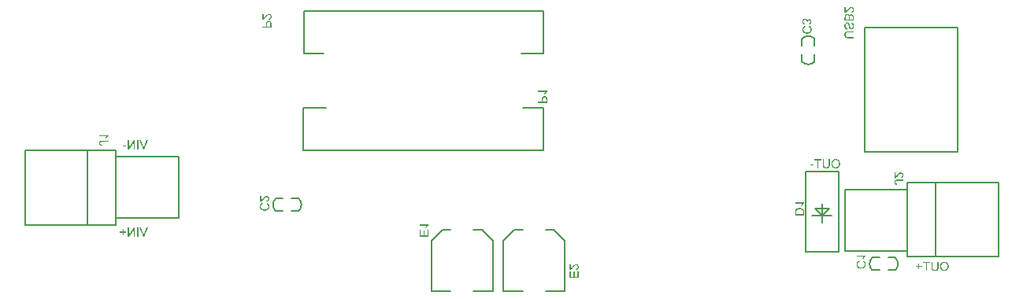
<source format=gbo>
G04*
G04 #@! TF.GenerationSoftware,Altium Limited,Altium Designer,18.1.9 (240)*
G04*
G04 Layer_Color=32896*
%FSLAX25Y25*%
%MOIN*%
G70*
G01*
G75*
%ADD11C,0.00500*%
%ADD73C,0.00700*%
%ADD74C,0.00787*%
G36*
X359096Y32118D02*
X360139D01*
Y31680D01*
X359096D01*
Y30626D01*
X358652D01*
Y31680D01*
X357608D01*
Y32118D01*
X358652D01*
Y33162D01*
X359096D01*
Y32118D01*
D02*
G37*
G36*
X367165Y31624D02*
Y31514D01*
X367160Y31408D01*
X367154Y31308D01*
X367143Y31214D01*
X367132Y31131D01*
X367121Y31053D01*
X367104Y30981D01*
X367093Y30914D01*
X367082Y30853D01*
X367066Y30803D01*
X367054Y30759D01*
X367043Y30725D01*
X367032Y30698D01*
X367027Y30676D01*
X367021Y30664D01*
Y30659D01*
X366960Y30537D01*
X366882Y30426D01*
X366805Y30337D01*
X366722Y30259D01*
X366649Y30198D01*
X366588Y30154D01*
X366566Y30143D01*
X366549Y30132D01*
X366538Y30121D01*
X366533D01*
X366394Y30059D01*
X366250Y30015D01*
X366100Y29982D01*
X365961Y29959D01*
X365900Y29954D01*
X365839Y29948D01*
X365784Y29943D01*
X365739D01*
X365700Y29937D01*
X365650D01*
X365451Y29948D01*
X365362Y29959D01*
X365279Y29971D01*
X365195Y29987D01*
X365123Y30004D01*
X365056Y30021D01*
X364995Y30043D01*
X364940Y30065D01*
X364896Y30082D01*
X364851Y30098D01*
X364818Y30115D01*
X364790Y30132D01*
X364773Y30137D01*
X364762Y30148D01*
X364757D01*
X364635Y30231D01*
X364535Y30326D01*
X364457Y30415D01*
X364390Y30503D01*
X364340Y30581D01*
X364307Y30642D01*
X364296Y30664D01*
X364285Y30681D01*
X364279Y30692D01*
Y30698D01*
X364257Y30764D01*
X364235Y30836D01*
X364202Y30986D01*
X364180Y31142D01*
X364163Y31291D01*
X364157Y31358D01*
X364152Y31425D01*
Y31480D01*
X364146Y31530D01*
Y31569D01*
Y31597D01*
Y31619D01*
Y31624D01*
Y33845D01*
X364657D01*
Y31624D01*
Y31497D01*
X364668Y31375D01*
X364679Y31269D01*
X364696Y31169D01*
X364712Y31081D01*
X364735Y30997D01*
X364751Y30925D01*
X364773Y30864D01*
X364796Y30814D01*
X364818Y30764D01*
X364840Y30731D01*
X364857Y30698D01*
X364873Y30676D01*
X364884Y30659D01*
X364890Y30653D01*
X364896Y30648D01*
X364945Y30603D01*
X365001Y30564D01*
X365123Y30503D01*
X365251Y30459D01*
X365384Y30431D01*
X365506Y30409D01*
X365556Y30404D01*
X365606D01*
X365639Y30398D01*
X365695D01*
X365811Y30404D01*
X365917Y30420D01*
X366017Y30437D01*
X366094Y30465D01*
X366161Y30487D01*
X366211Y30503D01*
X366239Y30520D01*
X366250Y30526D01*
X366327Y30576D01*
X366394Y30637D01*
X366449Y30698D01*
X366488Y30753D01*
X366522Y30809D01*
X366549Y30847D01*
X366561Y30875D01*
X366566Y30886D01*
X366583Y30936D01*
X366594Y30986D01*
X366616Y31103D01*
X366633Y31225D01*
X366644Y31347D01*
X366649Y31453D01*
Y31502D01*
X366655Y31541D01*
Y31575D01*
Y31602D01*
Y31619D01*
Y31624D01*
Y33845D01*
X367165D01*
Y31624D01*
D02*
G37*
G36*
X363586Y33389D02*
X362320D01*
Y30004D01*
X361810D01*
Y33389D01*
X360544D01*
Y33845D01*
X363586D01*
Y33389D01*
D02*
G37*
G36*
X369813Y33906D02*
X369952Y33889D01*
X370085Y33861D01*
X370212Y33828D01*
X370329Y33784D01*
X370440Y33739D01*
X370540Y33689D01*
X370629Y33639D01*
X370712Y33589D01*
X370784Y33539D01*
X370845Y33495D01*
X370895Y33450D01*
X370934Y33417D01*
X370967Y33389D01*
X370984Y33373D01*
X370989Y33367D01*
X371078Y33262D01*
X371156Y33151D01*
X371228Y33029D01*
X371284Y32907D01*
X371334Y32779D01*
X371378Y32657D01*
X371411Y32535D01*
X371433Y32418D01*
X371456Y32307D01*
X371472Y32202D01*
X371483Y32107D01*
X371495Y32030D01*
Y31963D01*
X371500Y31913D01*
Y31880D01*
Y31874D01*
Y31869D01*
X371489Y31680D01*
X371467Y31508D01*
X371433Y31341D01*
X371411Y31269D01*
X371389Y31197D01*
X371372Y31136D01*
X371350Y31081D01*
X371334Y31031D01*
X371317Y30986D01*
X371306Y30953D01*
X371295Y30931D01*
X371284Y30914D01*
Y30909D01*
X371189Y30748D01*
X371089Y30609D01*
X370978Y30487D01*
X370873Y30387D01*
X370778Y30304D01*
X370740Y30270D01*
X370706Y30248D01*
X370673Y30226D01*
X370651Y30209D01*
X370640Y30204D01*
X370634Y30198D01*
X370551Y30154D01*
X370468Y30115D01*
X370301Y30048D01*
X370140Y30004D01*
X369990Y29971D01*
X369918Y29959D01*
X369857Y29954D01*
X369802Y29943D01*
X369752D01*
X369718Y29937D01*
X369663D01*
X369480Y29948D01*
X369308Y29976D01*
X369147Y30009D01*
X369075Y30032D01*
X369008Y30054D01*
X368947Y30076D01*
X368892Y30098D01*
X368847Y30115D01*
X368808Y30132D01*
X368775Y30148D01*
X368747Y30159D01*
X368736Y30170D01*
X368730D01*
X368575Y30270D01*
X368442Y30381D01*
X368331Y30498D01*
X368237Y30609D01*
X368159Y30714D01*
X368131Y30753D01*
X368109Y30792D01*
X368087Y30825D01*
X368076Y30847D01*
X368065Y30864D01*
Y30870D01*
X368020Y30959D01*
X367987Y31047D01*
X367926Y31225D01*
X367881Y31403D01*
X367854Y31563D01*
X367848Y31636D01*
X367837Y31702D01*
X367831Y31763D01*
Y31813D01*
X367826Y31858D01*
Y31885D01*
Y31908D01*
Y31913D01*
X367837Y32124D01*
X367859Y32318D01*
X367876Y32407D01*
X367898Y32496D01*
X367920Y32574D01*
X367937Y32646D01*
X367959Y32712D01*
X367981Y32773D01*
X367998Y32823D01*
X368020Y32868D01*
X368031Y32901D01*
X368042Y32923D01*
X368054Y32940D01*
Y32945D01*
X368142Y33106D01*
X368248Y33251D01*
X368359Y33373D01*
X368459Y33473D01*
X368553Y33550D01*
X368597Y33584D01*
X368631Y33611D01*
X368664Y33628D01*
X368686Y33645D01*
X368697Y33650D01*
X368703Y33656D01*
X368786Y33700D01*
X368869Y33739D01*
X369030Y33806D01*
X369197Y33850D01*
X369341Y33878D01*
X369408Y33889D01*
X369474Y33900D01*
X369524Y33906D01*
X369574D01*
X369613Y33911D01*
X369663D01*
X369813Y33906D01*
D02*
G37*
G36*
X314267Y74654D02*
X312807D01*
Y75126D01*
X314267D01*
Y74654D01*
D02*
G37*
G36*
X321165Y75121D02*
Y75010D01*
X321160Y74904D01*
X321154Y74804D01*
X321143Y74710D01*
X321132Y74627D01*
X321121Y74549D01*
X321104Y74477D01*
X321093Y74410D01*
X321082Y74349D01*
X321065Y74299D01*
X321054Y74255D01*
X321043Y74221D01*
X321032Y74194D01*
X321027Y74172D01*
X321021Y74160D01*
Y74155D01*
X320960Y74033D01*
X320882Y73922D01*
X320805Y73833D01*
X320722Y73755D01*
X320649Y73694D01*
X320588Y73650D01*
X320566Y73639D01*
X320549Y73628D01*
X320538Y73616D01*
X320533D01*
X320394Y73555D01*
X320250Y73511D01*
X320100Y73478D01*
X319961Y73456D01*
X319900Y73450D01*
X319839Y73444D01*
X319783Y73439D01*
X319739D01*
X319700Y73433D01*
X319650D01*
X319450Y73444D01*
X319362Y73456D01*
X319279Y73467D01*
X319195Y73483D01*
X319123Y73500D01*
X319056Y73517D01*
X318995Y73539D01*
X318940Y73561D01*
X318896Y73578D01*
X318851Y73594D01*
X318818Y73611D01*
X318790Y73628D01*
X318773Y73633D01*
X318762Y73644D01*
X318757D01*
X318635Y73728D01*
X318535Y73822D01*
X318457Y73911D01*
X318390Y74000D01*
X318340Y74077D01*
X318307Y74138D01*
X318296Y74160D01*
X318285Y74177D01*
X318279Y74188D01*
Y74194D01*
X318257Y74260D01*
X318235Y74332D01*
X318202Y74482D01*
X318180Y74638D01*
X318163Y74788D01*
X318157Y74854D01*
X318152Y74921D01*
Y74976D01*
X318146Y75026D01*
Y75065D01*
Y75093D01*
Y75115D01*
Y75121D01*
Y77341D01*
X318657D01*
Y75121D01*
Y74993D01*
X318668Y74871D01*
X318679Y74765D01*
X318696Y74665D01*
X318712Y74577D01*
X318735Y74493D01*
X318751Y74421D01*
X318773Y74360D01*
X318796Y74310D01*
X318818Y74260D01*
X318840Y74227D01*
X318857Y74194D01*
X318873Y74172D01*
X318884Y74155D01*
X318890Y74149D01*
X318896Y74144D01*
X318945Y74099D01*
X319001Y74061D01*
X319123Y74000D01*
X319251Y73955D01*
X319384Y73927D01*
X319506Y73905D01*
X319556Y73900D01*
X319606D01*
X319639Y73894D01*
X319695D01*
X319811Y73900D01*
X319917Y73916D01*
X320017Y73933D01*
X320094Y73961D01*
X320161Y73983D01*
X320211Y74000D01*
X320239Y74016D01*
X320250Y74022D01*
X320327Y74072D01*
X320394Y74133D01*
X320449Y74194D01*
X320488Y74249D01*
X320522Y74305D01*
X320549Y74344D01*
X320561Y74371D01*
X320566Y74382D01*
X320583Y74432D01*
X320594Y74482D01*
X320616Y74599D01*
X320633Y74721D01*
X320644Y74843D01*
X320649Y74949D01*
Y74998D01*
X320655Y75037D01*
Y75071D01*
Y75098D01*
Y75115D01*
Y75121D01*
Y77341D01*
X321165D01*
Y75121D01*
D02*
G37*
G36*
X317586Y76885D02*
X316320D01*
Y73500D01*
X315810D01*
Y76885D01*
X314544D01*
Y77341D01*
X317586D01*
Y76885D01*
D02*
G37*
G36*
X323813Y77402D02*
X323952Y77385D01*
X324085Y77357D01*
X324212Y77324D01*
X324329Y77280D01*
X324440Y77235D01*
X324540Y77185D01*
X324629Y77135D01*
X324712Y77085D01*
X324784Y77035D01*
X324845Y76991D01*
X324895Y76947D01*
X324934Y76913D01*
X324967Y76885D01*
X324984Y76869D01*
X324989Y76863D01*
X325078Y76758D01*
X325156Y76647D01*
X325228Y76525D01*
X325284Y76403D01*
X325333Y76275D01*
X325378Y76153D01*
X325411Y76031D01*
X325433Y75914D01*
X325456Y75803D01*
X325472Y75698D01*
X325483Y75603D01*
X325495Y75526D01*
Y75459D01*
X325500Y75409D01*
Y75376D01*
Y75370D01*
Y75365D01*
X325489Y75176D01*
X325467Y75004D01*
X325433Y74837D01*
X325411Y74765D01*
X325389Y74693D01*
X325372Y74632D01*
X325350Y74577D01*
X325333Y74527D01*
X325317Y74482D01*
X325306Y74449D01*
X325295Y74427D01*
X325284Y74410D01*
Y74405D01*
X325189Y74244D01*
X325089Y74105D01*
X324978Y73983D01*
X324873Y73883D01*
X324779Y73800D01*
X324740Y73766D01*
X324706Y73744D01*
X324673Y73722D01*
X324651Y73705D01*
X324640Y73700D01*
X324634Y73694D01*
X324551Y73650D01*
X324468Y73611D01*
X324301Y73544D01*
X324140Y73500D01*
X323990Y73467D01*
X323918Y73456D01*
X323857Y73450D01*
X323802Y73439D01*
X323752D01*
X323718Y73433D01*
X323663D01*
X323480Y73444D01*
X323308Y73472D01*
X323147Y73506D01*
X323075Y73528D01*
X323008Y73550D01*
X322947Y73572D01*
X322891Y73594D01*
X322847Y73611D01*
X322808Y73628D01*
X322775Y73644D01*
X322747Y73655D01*
X322736Y73667D01*
X322730D01*
X322575Y73766D01*
X322442Y73877D01*
X322331Y73994D01*
X322237Y74105D01*
X322159Y74210D01*
X322131Y74249D01*
X322109Y74288D01*
X322087Y74321D01*
X322076Y74344D01*
X322065Y74360D01*
Y74366D01*
X322020Y74455D01*
X321987Y74543D01*
X321926Y74721D01*
X321881Y74899D01*
X321854Y75060D01*
X321848Y75132D01*
X321837Y75198D01*
X321831Y75259D01*
Y75309D01*
X321826Y75354D01*
Y75381D01*
Y75404D01*
Y75409D01*
X321837Y75620D01*
X321859Y75814D01*
X321876Y75903D01*
X321898Y75992D01*
X321920Y76070D01*
X321937Y76142D01*
X321959Y76208D01*
X321981Y76269D01*
X321998Y76319D01*
X322020Y76364D01*
X322031Y76397D01*
X322042Y76419D01*
X322054Y76436D01*
Y76442D01*
X322142Y76602D01*
X322248Y76747D01*
X322359Y76869D01*
X322459Y76969D01*
X322553Y77047D01*
X322597Y77080D01*
X322631Y77108D01*
X322664Y77124D01*
X322686Y77141D01*
X322697Y77146D01*
X322703Y77152D01*
X322786Y77196D01*
X322869Y77235D01*
X323030Y77302D01*
X323197Y77346D01*
X323341Y77374D01*
X323408Y77385D01*
X323474Y77396D01*
X323524Y77402D01*
X323574D01*
X323613Y77407D01*
X323663D01*
X323813Y77402D01*
D02*
G37*
G36*
X27039Y44500D02*
X26550D01*
Y47514D01*
X24541Y44500D01*
X24014D01*
Y48341D01*
X24502D01*
Y45321D01*
X26517Y48341D01*
X27039D01*
Y44500D01*
D02*
G37*
G36*
X22238Y46615D02*
X23281D01*
Y46176D01*
X22238D01*
Y45122D01*
X21794D01*
Y46176D01*
X20751D01*
Y46615D01*
X21794D01*
Y47658D01*
X22238D01*
Y46615D01*
D02*
G37*
G36*
X31018Y44500D02*
X30485D01*
X28987Y48341D01*
X29503D01*
X30546Y45549D01*
X30591Y45432D01*
X30630Y45321D01*
X30663Y45216D01*
X30691Y45122D01*
X30718Y45038D01*
X30735Y44977D01*
X30741Y44955D01*
X30746Y44938D01*
X30752Y44927D01*
Y44922D01*
X30818Y45144D01*
X30852Y45249D01*
X30885Y45344D01*
X30913Y45427D01*
X30924Y45460D01*
X30929Y45494D01*
X30940Y45516D01*
X30946Y45532D01*
X30951Y45543D01*
Y45549D01*
X31951Y48341D01*
X32506D01*
X31018Y44500D01*
D02*
G37*
G36*
X28443D02*
X27932D01*
Y48341D01*
X28443D01*
Y44500D01*
D02*
G37*
G36*
X23409Y82654D02*
X21949D01*
Y83126D01*
X23409D01*
Y82654D01*
D02*
G37*
G36*
X27039Y81500D02*
X26550D01*
Y84514D01*
X24541Y81500D01*
X24014D01*
Y85341D01*
X24502D01*
Y82321D01*
X26517Y85341D01*
X27039D01*
Y81500D01*
D02*
G37*
G36*
X31018D02*
X30485D01*
X28987Y85341D01*
X29503D01*
X30546Y82549D01*
X30591Y82432D01*
X30630Y82321D01*
X30663Y82216D01*
X30691Y82122D01*
X30718Y82038D01*
X30735Y81977D01*
X30741Y81955D01*
X30746Y81938D01*
X30752Y81927D01*
Y81922D01*
X30818Y82144D01*
X30852Y82249D01*
X30885Y82344D01*
X30913Y82427D01*
X30924Y82460D01*
X30929Y82493D01*
X30940Y82516D01*
X30946Y82532D01*
X30951Y82543D01*
Y82549D01*
X31951Y85341D01*
X32506D01*
X31018Y81500D01*
D02*
G37*
G36*
X28443D02*
X27932D01*
Y85341D01*
X28443D01*
Y81500D01*
D02*
G37*
G36*
X348955Y69852D02*
X349049Y69919D01*
X349088Y69952D01*
X349127Y69980D01*
X349160Y70008D01*
X349183Y70030D01*
X349199Y70047D01*
X349205Y70052D01*
X349233Y70080D01*
X349260Y70113D01*
X349332Y70191D01*
X349416Y70280D01*
X349499Y70374D01*
X349571Y70463D01*
X349604Y70502D01*
X349638Y70535D01*
X349660Y70563D01*
X349677Y70585D01*
X349688Y70596D01*
X349693Y70601D01*
X349771Y70690D01*
X349843Y70779D01*
X349915Y70857D01*
X349976Y70929D01*
X350037Y70995D01*
X350093Y71051D01*
X350143Y71106D01*
X350187Y71151D01*
X350232Y71195D01*
X350265Y71229D01*
X350293Y71256D01*
X350320Y71284D01*
X350354Y71312D01*
X350365Y71323D01*
X350459Y71401D01*
X350542Y71467D01*
X350626Y71523D01*
X350692Y71567D01*
X350753Y71601D01*
X350798Y71623D01*
X350826Y71634D01*
X350836Y71639D01*
X350920Y71673D01*
X351003Y71695D01*
X351081Y71717D01*
X351147Y71728D01*
X351208Y71734D01*
X351253Y71739D01*
X351280D01*
X351292D01*
X351375Y71734D01*
X351453Y71723D01*
X351530Y71711D01*
X351597Y71689D01*
X351730Y71634D01*
X351836Y71578D01*
X351886Y71545D01*
X351924Y71517D01*
X351963Y71489D01*
X351991Y71462D01*
X352013Y71439D01*
X352035Y71428D01*
X352041Y71417D01*
X352046Y71412D01*
X352102Y71351D01*
X352152Y71284D01*
X352191Y71212D01*
X352224Y71140D01*
X352280Y70995D01*
X352318Y70851D01*
X352329Y70790D01*
X352341Y70729D01*
X352346Y70674D01*
X352352Y70629D01*
X352357Y70590D01*
Y70535D01*
X352352Y70435D01*
X352346Y70341D01*
X352329Y70252D01*
X352313Y70169D01*
X352291Y70091D01*
X352268Y70019D01*
X352241Y69952D01*
X352213Y69891D01*
X352185Y69836D01*
X352157Y69791D01*
X352135Y69752D01*
X352113Y69719D01*
X352096Y69691D01*
X352080Y69675D01*
X352074Y69664D01*
X352069Y69658D01*
X352013Y69602D01*
X351952Y69552D01*
X351886Y69503D01*
X351819Y69464D01*
X351686Y69397D01*
X351553Y69353D01*
X351491Y69336D01*
X351430Y69319D01*
X351380Y69308D01*
X351336Y69297D01*
X351297Y69292D01*
X351270D01*
X351253Y69286D01*
X351247D01*
X351197Y69769D01*
X351325Y69780D01*
X351436Y69802D01*
X351536Y69836D01*
X351613Y69874D01*
X351680Y69908D01*
X351725Y69941D01*
X351752Y69963D01*
X351763Y69974D01*
X351830Y70058D01*
X351880Y70146D01*
X351919Y70241D01*
X351941Y70324D01*
X351958Y70402D01*
X351963Y70468D01*
X351969Y70490D01*
Y70524D01*
X351963Y70640D01*
X351941Y70746D01*
X351908Y70835D01*
X351874Y70912D01*
X351836Y70973D01*
X351808Y71012D01*
X351786Y71040D01*
X351775Y71051D01*
X351697Y71118D01*
X351619Y71168D01*
X351541Y71206D01*
X351464Y71229D01*
X351403Y71245D01*
X351347Y71251D01*
X351314Y71256D01*
X351308D01*
X351303D01*
X351203Y71245D01*
X351097Y71223D01*
X351003Y71184D01*
X350914Y71145D01*
X350842Y71101D01*
X350781Y71062D01*
X350759Y71051D01*
X350742Y71040D01*
X350737Y71029D01*
X350731D01*
X350670Y70984D01*
X350609Y70929D01*
X350542Y70868D01*
X350476Y70801D01*
X350343Y70662D01*
X350209Y70524D01*
X350148Y70452D01*
X350093Y70390D01*
X350043Y70329D01*
X349998Y70280D01*
X349965Y70241D01*
X349937Y70207D01*
X349921Y70185D01*
X349915Y70180D01*
X349799Y70041D01*
X349688Y69913D01*
X349588Y69808D01*
X349505Y69725D01*
X349432Y69652D01*
X349382Y69602D01*
X349349Y69575D01*
X349344Y69564D01*
X349338D01*
X349244Y69486D01*
X349155Y69425D01*
X349066Y69369D01*
X348988Y69325D01*
X348922Y69292D01*
X348872Y69269D01*
X348838Y69258D01*
X348833Y69253D01*
X348827D01*
X348766Y69231D01*
X348711Y69219D01*
X348655Y69208D01*
X348605Y69203D01*
X348561Y69197D01*
X348528D01*
X348505D01*
X348500D01*
Y71745D01*
X348955D01*
Y69852D01*
D02*
G37*
G36*
X352341Y68115D02*
X349693D01*
X349577D01*
X349477Y68104D01*
X349394Y68098D01*
X349327Y68087D01*
X349277Y68076D01*
X349238Y68071D01*
X349216Y68060D01*
X349210D01*
X349155Y68037D01*
X349111Y68010D01*
X349072Y67976D01*
X349033Y67949D01*
X349011Y67915D01*
X348988Y67893D01*
X348977Y67876D01*
X348972Y67871D01*
X348944Y67815D01*
X348922Y67760D01*
X348911Y67704D01*
X348900Y67654D01*
X348894Y67604D01*
X348888Y67571D01*
Y67538D01*
X348894Y67449D01*
X348916Y67366D01*
X348938Y67299D01*
X348972Y67238D01*
X349000Y67194D01*
X349027Y67160D01*
X349044Y67138D01*
X349049Y67133D01*
X349083Y67105D01*
X349122Y67083D01*
X349210Y67049D01*
X349310Y67016D01*
X349410Y67000D01*
X349505Y66983D01*
X349543D01*
X349577Y66977D01*
X349610Y66972D01*
X349632D01*
X349643D01*
X349649D01*
X349582Y66511D01*
X349477D01*
X349382Y66517D01*
X349288Y66533D01*
X349205Y66544D01*
X349127Y66567D01*
X349061Y66589D01*
X348994Y66611D01*
X348938Y66633D01*
X348888Y66661D01*
X348844Y66683D01*
X348805Y66705D01*
X348778Y66728D01*
X348755Y66744D01*
X348733Y66755D01*
X348728Y66761D01*
X348722Y66766D01*
X348672Y66822D01*
X348628Y66877D01*
X348589Y66939D01*
X348555Y67005D01*
X348505Y67133D01*
X348472Y67255D01*
X348450Y67371D01*
X348445Y67416D01*
X348439Y67460D01*
X348433Y67493D01*
Y67543D01*
X348439Y67665D01*
X348456Y67777D01*
X348478Y67876D01*
X348505Y67965D01*
X348528Y68037D01*
X348550Y68087D01*
X348567Y68121D01*
X348572Y68132D01*
X348628Y68221D01*
X348694Y68298D01*
X348761Y68359D01*
X348822Y68415D01*
X348883Y68454D01*
X348927Y68481D01*
X348961Y68498D01*
X348966Y68503D01*
X348972D01*
X349083Y68542D01*
X349199Y68576D01*
X349327Y68598D01*
X349449Y68609D01*
X349554Y68620D01*
X349599D01*
X349643Y68626D01*
X349677D01*
X349699D01*
X349715D01*
X349721D01*
X352341D01*
Y68115D01*
D02*
G37*
G36*
X15857Y87235D02*
X15763Y87179D01*
X15674Y87118D01*
X15585Y87046D01*
X15508Y86979D01*
X15441Y86913D01*
X15385Y86863D01*
X15369Y86841D01*
X15352Y86824D01*
X15347Y86818D01*
X15341Y86813D01*
X15247Y86696D01*
X15158Y86580D01*
X15080Y86469D01*
X15019Y86358D01*
X14964Y86263D01*
X14942Y86225D01*
X14925Y86191D01*
X14908Y86164D01*
X14903Y86141D01*
X14892Y86130D01*
Y86125D01*
X14436D01*
X14470Y86208D01*
X14509Y86291D01*
X14548Y86374D01*
X14586Y86452D01*
X14620Y86519D01*
X14647Y86574D01*
X14670Y86607D01*
X14675Y86613D01*
Y86619D01*
X14736Y86718D01*
X14797Y86807D01*
X14853Y86885D01*
X14903Y86946D01*
X14942Y87002D01*
X14975Y87035D01*
X14997Y87063D01*
X15002Y87068D01*
X12000D01*
Y87540D01*
X15857D01*
Y87235D01*
D02*
G37*
G36*
X15841Y84615D02*
X13193D01*
X13077D01*
X12977Y84604D01*
X12893Y84598D01*
X12827Y84587D01*
X12777Y84576D01*
X12738Y84571D01*
X12716Y84560D01*
X12710D01*
X12655Y84537D01*
X12610Y84510D01*
X12572Y84476D01*
X12533Y84449D01*
X12511Y84415D01*
X12488Y84393D01*
X12477Y84376D01*
X12472Y84371D01*
X12444Y84315D01*
X12422Y84260D01*
X12411Y84204D01*
X12400Y84154D01*
X12394Y84104D01*
X12388Y84071D01*
Y84038D01*
X12394Y83949D01*
X12416Y83866D01*
X12438Y83799D01*
X12472Y83738D01*
X12500Y83694D01*
X12527Y83661D01*
X12544Y83638D01*
X12550Y83633D01*
X12583Y83605D01*
X12622Y83583D01*
X12710Y83549D01*
X12810Y83516D01*
X12910Y83499D01*
X13005Y83483D01*
X13043D01*
X13077Y83477D01*
X13110Y83472D01*
X13132D01*
X13143D01*
X13149D01*
X13082Y83011D01*
X12977D01*
X12882Y83017D01*
X12788Y83033D01*
X12705Y83044D01*
X12627Y83067D01*
X12561Y83089D01*
X12494Y83111D01*
X12438Y83133D01*
X12388Y83161D01*
X12344Y83183D01*
X12305Y83205D01*
X12278Y83227D01*
X12255Y83244D01*
X12233Y83255D01*
X12228Y83261D01*
X12222Y83266D01*
X12172Y83322D01*
X12128Y83377D01*
X12089Y83438D01*
X12055Y83505D01*
X12005Y83633D01*
X11972Y83755D01*
X11950Y83871D01*
X11945Y83916D01*
X11939Y83960D01*
X11933Y83993D01*
Y84043D01*
X11939Y84166D01*
X11956Y84276D01*
X11978Y84376D01*
X12005Y84465D01*
X12028Y84537D01*
X12050Y84587D01*
X12067Y84621D01*
X12072Y84632D01*
X12128Y84720D01*
X12194Y84798D01*
X12261Y84859D01*
X12322Y84915D01*
X12383Y84954D01*
X12427Y84981D01*
X12461Y84998D01*
X12466Y85004D01*
X12472D01*
X12583Y85042D01*
X12699Y85076D01*
X12827Y85098D01*
X12949Y85109D01*
X13055Y85120D01*
X13099D01*
X13143Y85126D01*
X13177D01*
X13199D01*
X13216D01*
X13221D01*
X15841D01*
Y84615D01*
D02*
G37*
G36*
X327880Y139973D02*
X327975Y140040D01*
X328013Y140073D01*
X328052Y140101D01*
X328086Y140129D01*
X328108Y140151D01*
X328124Y140167D01*
X328130Y140173D01*
X328158Y140201D01*
X328186Y140234D01*
X328258Y140312D01*
X328341Y140400D01*
X328424Y140495D01*
X328496Y140584D01*
X328530Y140622D01*
X328563Y140656D01*
X328585Y140683D01*
X328602Y140706D01*
X328613Y140717D01*
X328618Y140722D01*
X328696Y140811D01*
X328768Y140900D01*
X328840Y140978D01*
X328902Y141050D01*
X328963Y141116D01*
X329018Y141172D01*
X329068Y141227D01*
X329112Y141272D01*
X329157Y141316D01*
X329190Y141349D01*
X329218Y141377D01*
X329246Y141405D01*
X329279Y141433D01*
X329290Y141444D01*
X329384Y141522D01*
X329468Y141588D01*
X329551Y141644D01*
X329618Y141688D01*
X329679Y141721D01*
X329723Y141744D01*
X329751Y141755D01*
X329762Y141760D01*
X329845Y141794D01*
X329928Y141816D01*
X330006Y141838D01*
X330073Y141849D01*
X330134Y141855D01*
X330178Y141860D01*
X330206D01*
X330217D01*
X330300Y141855D01*
X330378Y141843D01*
X330455Y141832D01*
X330522Y141810D01*
X330655Y141755D01*
X330761Y141699D01*
X330811Y141666D01*
X330850Y141638D01*
X330888Y141610D01*
X330916Y141583D01*
X330938Y141560D01*
X330961Y141549D01*
X330966Y141538D01*
X330972Y141533D01*
X331027Y141472D01*
X331077Y141405D01*
X331116Y141333D01*
X331149Y141261D01*
X331205Y141116D01*
X331244Y140972D01*
X331255Y140911D01*
X331266Y140850D01*
X331271Y140795D01*
X331277Y140750D01*
X331282Y140711D01*
Y140656D01*
X331277Y140556D01*
X331271Y140462D01*
X331255Y140373D01*
X331238Y140289D01*
X331216Y140212D01*
X331194Y140140D01*
X331166Y140073D01*
X331138Y140012D01*
X331110Y139956D01*
X331083Y139912D01*
X331060Y139873D01*
X331038Y139840D01*
X331022Y139812D01*
X331005Y139795D01*
X330999Y139784D01*
X330994Y139779D01*
X330938Y139723D01*
X330877Y139673D01*
X330811Y139623D01*
X330744Y139585D01*
X330611Y139518D01*
X330478Y139474D01*
X330417Y139457D01*
X330356Y139440D01*
X330306Y139429D01*
X330261Y139418D01*
X330222Y139412D01*
X330195D01*
X330178Y139407D01*
X330172D01*
X330122Y139890D01*
X330250Y139901D01*
X330361Y139923D01*
X330461Y139956D01*
X330539Y139995D01*
X330605Y140029D01*
X330650Y140062D01*
X330678Y140084D01*
X330689Y140095D01*
X330755Y140178D01*
X330805Y140267D01*
X330844Y140362D01*
X330866Y140445D01*
X330883Y140523D01*
X330888Y140589D01*
X330894Y140611D01*
Y140645D01*
X330888Y140761D01*
X330866Y140867D01*
X330833Y140955D01*
X330800Y141033D01*
X330761Y141094D01*
X330733Y141133D01*
X330711Y141161D01*
X330700Y141172D01*
X330622Y141238D01*
X330544Y141288D01*
X330467Y141327D01*
X330389Y141349D01*
X330328Y141366D01*
X330272Y141372D01*
X330239Y141377D01*
X330234D01*
X330228D01*
X330128Y141366D01*
X330023Y141344D01*
X329928Y141305D01*
X329839Y141266D01*
X329767Y141222D01*
X329706Y141183D01*
X329684Y141172D01*
X329667Y141161D01*
X329662Y141150D01*
X329656D01*
X329595Y141105D01*
X329534Y141050D01*
X329468Y140989D01*
X329401Y140922D01*
X329268Y140783D01*
X329135Y140645D01*
X329074Y140573D01*
X329018Y140511D01*
X328968Y140450D01*
X328924Y140400D01*
X328890Y140362D01*
X328863Y140328D01*
X328846Y140306D01*
X328840Y140301D01*
X328724Y140162D01*
X328613Y140034D01*
X328513Y139929D01*
X328430Y139845D01*
X328358Y139773D01*
X328308Y139723D01*
X328274Y139696D01*
X328269Y139684D01*
X328263D01*
X328169Y139607D01*
X328080Y139546D01*
X327991Y139490D01*
X327914Y139446D01*
X327847Y139412D01*
X327797Y139390D01*
X327764Y139379D01*
X327758Y139374D01*
X327753D01*
X327692Y139351D01*
X327636Y139340D01*
X327581Y139329D01*
X327531Y139324D01*
X327486Y139318D01*
X327453D01*
X327431D01*
X327425D01*
Y141866D01*
X327880D01*
Y139973D01*
D02*
G37*
G36*
X328663Y138874D02*
X328774Y138852D01*
X328868Y138819D01*
X328957Y138785D01*
X329024Y138752D01*
X329074Y138719D01*
X329107Y138697D01*
X329118Y138691D01*
X329207Y138613D01*
X329279Y138530D01*
X329340Y138436D01*
X329390Y138353D01*
X329429Y138275D01*
X329451Y138208D01*
X329462Y138186D01*
X329468Y138169D01*
X329473Y138158D01*
Y138153D01*
X329529Y138247D01*
X329584Y138330D01*
X329645Y138397D01*
X329701Y138452D01*
X329745Y138497D01*
X329789Y138530D01*
X329812Y138547D01*
X329823Y138552D01*
X329906Y138597D01*
X329984Y138630D01*
X330062Y138658D01*
X330134Y138674D01*
X330195Y138686D01*
X330245Y138691D01*
X330272D01*
X330283D01*
X330378Y138686D01*
X330472Y138669D01*
X330555Y138641D01*
X330633Y138613D01*
X330700Y138586D01*
X330744Y138558D01*
X330777Y138541D01*
X330788Y138536D01*
X330872Y138475D01*
X330949Y138408D01*
X331011Y138336D01*
X331060Y138269D01*
X331099Y138214D01*
X331127Y138164D01*
X331144Y138130D01*
X331149Y138125D01*
Y138119D01*
X331188Y138014D01*
X331216Y137897D01*
X331238Y137781D01*
X331249Y137670D01*
X331260Y137570D01*
Y137525D01*
X331266Y137487D01*
Y135977D01*
X327425D01*
Y137442D01*
X327431Y137575D01*
X327436Y137692D01*
X327447Y137797D01*
X327459Y137886D01*
X327470Y137958D01*
X327475Y138014D01*
X327486Y138047D01*
Y138058D01*
X327514Y138153D01*
X327542Y138230D01*
X327575Y138303D01*
X327608Y138364D01*
X327630Y138414D01*
X327653Y138452D01*
X327669Y138475D01*
X327675Y138480D01*
X327725Y138541D01*
X327786Y138597D01*
X327847Y138641D01*
X327903Y138686D01*
X327958Y138719D01*
X327997Y138741D01*
X328025Y138758D01*
X328036Y138763D01*
X328124Y138802D01*
X328213Y138830D01*
X328296Y138852D01*
X328374Y138863D01*
X328441Y138874D01*
X328496Y138880D01*
X328530D01*
X328535D01*
X328541D01*
X328663Y138874D01*
D02*
G37*
G36*
X328613Y135294D02*
X328718Y135278D01*
X328813Y135250D01*
X328890Y135222D01*
X328957Y135189D01*
X329007Y135167D01*
X329035Y135145D01*
X329046Y135139D01*
X329129Y135072D01*
X329207Y134995D01*
X329273Y134912D01*
X329334Y134828D01*
X329379Y134756D01*
X329412Y134695D01*
X329423Y134673D01*
X329434Y134656D01*
X329440Y134645D01*
Y134640D01*
X329462Y134595D01*
X329479Y134540D01*
X329501Y134479D01*
X329523Y134412D01*
X329562Y134273D01*
X329601Y134129D01*
X329618Y134062D01*
X329634Y134001D01*
X329651Y133940D01*
X329662Y133890D01*
X329673Y133851D01*
X329679Y133818D01*
X329684Y133796D01*
Y133790D01*
X329712Y133679D01*
X329734Y133580D01*
X329762Y133491D01*
X329784Y133413D01*
X329812Y133341D01*
X329834Y133280D01*
X329856Y133224D01*
X329873Y133174D01*
X329895Y133135D01*
X329912Y133102D01*
X329923Y133080D01*
X329939Y133058D01*
X329956Y133030D01*
X329961Y133025D01*
X330017Y132975D01*
X330073Y132941D01*
X330128Y132913D01*
X330184Y132897D01*
X330228Y132886D01*
X330267Y132880D01*
X330289D01*
X330300D01*
X330389Y132891D01*
X330467Y132913D01*
X330533Y132947D01*
X330594Y132986D01*
X330639Y133019D01*
X330678Y133052D01*
X330700Y133074D01*
X330705Y133086D01*
X330733Y133130D01*
X330761Y133174D01*
X330805Y133280D01*
X330833Y133391D01*
X330855Y133502D01*
X330866Y133602D01*
X330872Y133646D01*
X330877Y133679D01*
Y133757D01*
X330872Y133913D01*
X330850Y134051D01*
X330816Y134162D01*
X330783Y134257D01*
X330750Y134329D01*
X330716Y134384D01*
X330694Y134412D01*
X330689Y134423D01*
X330611Y134501D01*
X330528Y134562D01*
X330439Y134612D01*
X330350Y134645D01*
X330267Y134667D01*
X330206Y134684D01*
X330178Y134689D01*
X330161Y134695D01*
X330150D01*
X330145D01*
X330184Y135183D01*
X330306Y135172D01*
X330417Y135145D01*
X330522Y135117D01*
X330611Y135078D01*
X330683Y135045D01*
X330738Y135017D01*
X330755Y135006D01*
X330772Y134995D01*
X330777Y134989D01*
X330783D01*
X330877Y134917D01*
X330961Y134839D01*
X331033Y134756D01*
X331088Y134673D01*
X331138Y134601D01*
X331166Y134545D01*
X331177Y134523D01*
X331188Y134506D01*
X331194Y134495D01*
Y134490D01*
X331238Y134368D01*
X331271Y134234D01*
X331299Y134112D01*
X331316Y133996D01*
X331327Y133890D01*
Y133851D01*
X331332Y133813D01*
Y133740D01*
X331327Y133596D01*
X331310Y133468D01*
X331288Y133346D01*
X331266Y133241D01*
X331244Y133158D01*
X331233Y133119D01*
X331221Y133091D01*
X331210Y133069D01*
X331205Y133052D01*
X331199Y133041D01*
Y133036D01*
X331144Y132925D01*
X331083Y132825D01*
X331016Y132741D01*
X330955Y132675D01*
X330900Y132625D01*
X330855Y132586D01*
X330822Y132558D01*
X330816Y132553D01*
X330811D01*
X330716Y132497D01*
X330622Y132458D01*
X330528Y132431D01*
X330444Y132414D01*
X330372Y132403D01*
X330317Y132392D01*
X330294D01*
X330278D01*
X330272D01*
X330267D01*
X330172Y132397D01*
X330084Y132414D01*
X330000Y132436D01*
X329928Y132458D01*
X329873Y132481D01*
X329828Y132503D01*
X329801Y132519D01*
X329789Y132525D01*
X329712Y132580D01*
X329640Y132647D01*
X329579Y132714D01*
X329529Y132780D01*
X329484Y132836D01*
X329456Y132886D01*
X329434Y132919D01*
X329429Y132925D01*
Y132930D01*
X329407Y132975D01*
X329384Y133025D01*
X329345Y133135D01*
X329307Y133263D01*
X329268Y133385D01*
X329235Y133496D01*
X329223Y133546D01*
X329212Y133591D01*
X329201Y133624D01*
X329196Y133652D01*
X329190Y133668D01*
Y133674D01*
X329168Y133768D01*
X329146Y133857D01*
X329123Y133935D01*
X329107Y134001D01*
X329090Y134068D01*
X329074Y134123D01*
X329062Y134173D01*
X329046Y134212D01*
X329035Y134251D01*
X329029Y134279D01*
X329012Y134323D01*
X329007Y134351D01*
X329001Y134356D01*
X328968Y134440D01*
X328929Y134512D01*
X328890Y134573D01*
X328857Y134617D01*
X328824Y134656D01*
X328802Y134678D01*
X328785Y134695D01*
X328779Y134701D01*
X328729Y134739D01*
X328674Y134767D01*
X328618Y134784D01*
X328574Y134801D01*
X328530Y134806D01*
X328496Y134812D01*
X328469D01*
X328463D01*
X328397Y134806D01*
X328335Y134795D01*
X328280Y134778D01*
X328236Y134756D01*
X328191Y134734D01*
X328163Y134717D01*
X328141Y134706D01*
X328136Y134701D01*
X328080Y134656D01*
X328036Y134601D01*
X327997Y134545D01*
X327958Y134495D01*
X327936Y134445D01*
X327914Y134406D01*
X327903Y134379D01*
X327897Y134368D01*
X327869Y134284D01*
X327847Y134195D01*
X327836Y134107D01*
X327825Y134029D01*
X327819Y133962D01*
X327814Y133907D01*
Y133857D01*
X327819Y133735D01*
X327830Y133624D01*
X327847Y133524D01*
X327869Y133435D01*
X327891Y133363D01*
X327908Y133308D01*
X327914Y133291D01*
X327919Y133274D01*
X327925Y133269D01*
Y133263D01*
X327969Y133174D01*
X328019Y133091D01*
X328069Y133030D01*
X328119Y132975D01*
X328158Y132930D01*
X328197Y132902D01*
X328219Y132886D01*
X328224Y132880D01*
X328296Y132841D01*
X328374Y132802D01*
X328457Y132780D01*
X328530Y132758D01*
X328602Y132741D01*
X328652Y132730D01*
X328674D01*
X328691Y132725D01*
X328696D01*
X328702D01*
X328657Y132247D01*
X328519Y132259D01*
X328385Y132281D01*
X328269Y132314D01*
X328163Y132353D01*
X328080Y132392D01*
X328047Y132408D01*
X328019Y132420D01*
X327997Y132436D01*
X327980Y132442D01*
X327969Y132453D01*
X327963D01*
X327858Y132536D01*
X327764Y132625D01*
X327686Y132719D01*
X327620Y132808D01*
X327570Y132886D01*
X327536Y132952D01*
X327525Y132975D01*
X327514Y132991D01*
X327508Y133002D01*
Y133008D01*
X327459Y133147D01*
X327420Y133291D01*
X327397Y133435D01*
X327375Y133574D01*
X327370Y133641D01*
X327364Y133696D01*
Y133746D01*
X327359Y133790D01*
Y133879D01*
X327364Y134029D01*
X327381Y134168D01*
X327409Y134295D01*
X327436Y134401D01*
X327459Y134490D01*
X327475Y134529D01*
X327486Y134562D01*
X327497Y134584D01*
X327503Y134601D01*
X327508Y134612D01*
Y134617D01*
X327570Y134734D01*
X327636Y134834D01*
X327708Y134923D01*
X327775Y134995D01*
X327830Y135050D01*
X327880Y135089D01*
X327914Y135117D01*
X327919Y135122D01*
X327925D01*
X328030Y135183D01*
X328130Y135228D01*
X328224Y135256D01*
X328313Y135278D01*
X328391Y135289D01*
X328452Y135300D01*
X328474D01*
X328491D01*
X328496D01*
X328502D01*
X328613Y135294D01*
D02*
G37*
G36*
X331266Y131060D02*
X329046D01*
X328918D01*
X328796Y131049D01*
X328691Y131038D01*
X328591Y131021D01*
X328502Y131004D01*
X328419Y130982D01*
X328346Y130965D01*
X328285Y130943D01*
X328236Y130921D01*
X328186Y130899D01*
X328152Y130877D01*
X328119Y130860D01*
X328097Y130843D01*
X328080Y130832D01*
X328075Y130827D01*
X328069Y130821D01*
X328025Y130771D01*
X327986Y130716D01*
X327925Y130594D01*
X327880Y130466D01*
X327853Y130333D01*
X327830Y130211D01*
X327825Y130161D01*
Y130111D01*
X327819Y130077D01*
Y130022D01*
X327825Y129905D01*
X327841Y129800D01*
X327858Y129700D01*
X327886Y129622D01*
X327908Y129556D01*
X327925Y129506D01*
X327941Y129478D01*
X327947Y129467D01*
X327997Y129389D01*
X328058Y129323D01*
X328119Y129267D01*
X328174Y129228D01*
X328230Y129195D01*
X328269Y129167D01*
X328296Y129156D01*
X328308Y129151D01*
X328358Y129134D01*
X328408Y129123D01*
X328524Y129101D01*
X328646Y129084D01*
X328768Y129073D01*
X328874Y129067D01*
X328924D01*
X328963Y129062D01*
X328996D01*
X329024D01*
X329040D01*
X329046D01*
X331266D01*
Y128551D01*
X329046D01*
X328935D01*
X328829Y128557D01*
X328729Y128562D01*
X328635Y128573D01*
X328552Y128585D01*
X328474Y128596D01*
X328402Y128612D01*
X328335Y128623D01*
X328274Y128634D01*
X328224Y128651D01*
X328180Y128662D01*
X328147Y128673D01*
X328119Y128684D01*
X328097Y128690D01*
X328086Y128695D01*
X328080D01*
X327958Y128756D01*
X327847Y128834D01*
X327758Y128912D01*
X327680Y128995D01*
X327620Y129067D01*
X327575Y129128D01*
X327564Y129151D01*
X327553Y129167D01*
X327542Y129178D01*
Y129184D01*
X327481Y129323D01*
X327436Y129467D01*
X327403Y129617D01*
X327381Y129755D01*
X327375Y129817D01*
X327370Y129878D01*
X327364Y129933D01*
Y129978D01*
X327359Y130016D01*
Y130066D01*
X327370Y130266D01*
X327381Y130355D01*
X327392Y130438D01*
X327409Y130521D01*
X327425Y130594D01*
X327442Y130660D01*
X327464Y130721D01*
X327486Y130777D01*
X327503Y130821D01*
X327519Y130866D01*
X327536Y130899D01*
X327553Y130927D01*
X327558Y130943D01*
X327570Y130954D01*
Y130960D01*
X327653Y131082D01*
X327747Y131182D01*
X327836Y131260D01*
X327925Y131326D01*
X328002Y131376D01*
X328064Y131409D01*
X328086Y131421D01*
X328102Y131432D01*
X328113Y131437D01*
X328119D01*
X328186Y131459D01*
X328258Y131482D01*
X328408Y131515D01*
X328563Y131537D01*
X328713Y131554D01*
X328779Y131559D01*
X328846Y131565D01*
X328902D01*
X328952Y131570D01*
X328990D01*
X329018D01*
X329040D01*
X329046D01*
X331266D01*
Y131060D01*
D02*
G37*
G36*
X81455Y136974D02*
X81550Y137040D01*
X81588Y137074D01*
X81627Y137101D01*
X81660Y137129D01*
X81683Y137151D01*
X81699Y137168D01*
X81705Y137174D01*
X81733Y137201D01*
X81760Y137235D01*
X81832Y137312D01*
X81916Y137401D01*
X81999Y137496D01*
X82071Y137584D01*
X82104Y137623D01*
X82138Y137656D01*
X82160Y137684D01*
X82177Y137706D01*
X82188Y137717D01*
X82193Y137723D01*
X82271Y137812D01*
X82343Y137901D01*
X82415Y137978D01*
X82476Y138050D01*
X82537Y138117D01*
X82593Y138173D01*
X82643Y138228D01*
X82687Y138273D01*
X82732Y138317D01*
X82765Y138350D01*
X82793Y138378D01*
X82820Y138406D01*
X82854Y138433D01*
X82865Y138445D01*
X82959Y138522D01*
X83042Y138589D01*
X83126Y138644D01*
X83192Y138689D01*
X83253Y138722D01*
X83298Y138744D01*
X83325Y138755D01*
X83337Y138761D01*
X83420Y138794D01*
X83503Y138816D01*
X83581Y138839D01*
X83647Y138850D01*
X83708Y138855D01*
X83753Y138861D01*
X83781D01*
X83792D01*
X83875Y138855D01*
X83953Y138844D01*
X84030Y138833D01*
X84097Y138811D01*
X84230Y138755D01*
X84336Y138700D01*
X84386Y138667D01*
X84424Y138639D01*
X84463Y138611D01*
X84491Y138583D01*
X84513Y138561D01*
X84535Y138550D01*
X84541Y138539D01*
X84547Y138533D01*
X84602Y138472D01*
X84652Y138406D01*
X84691Y138333D01*
X84724Y138261D01*
X84780Y138117D01*
X84818Y137973D01*
X84829Y137912D01*
X84841Y137851D01*
X84846Y137795D01*
X84852Y137751D01*
X84857Y137712D01*
Y137656D01*
X84852Y137557D01*
X84846Y137462D01*
X84829Y137373D01*
X84813Y137290D01*
X84791Y137212D01*
X84768Y137140D01*
X84741Y137074D01*
X84713Y137013D01*
X84685Y136957D01*
X84657Y136913D01*
X84635Y136874D01*
X84613Y136841D01*
X84596Y136813D01*
X84580Y136796D01*
X84574Y136785D01*
X84569Y136779D01*
X84513Y136724D01*
X84452Y136674D01*
X84386Y136624D01*
X84319Y136585D01*
X84186Y136519D01*
X84052Y136474D01*
X83991Y136458D01*
X83930Y136441D01*
X83880Y136430D01*
X83836Y136419D01*
X83797Y136413D01*
X83769D01*
X83753Y136408D01*
X83747D01*
X83697Y136891D01*
X83825Y136902D01*
X83936Y136924D01*
X84036Y136957D01*
X84114Y136996D01*
X84180Y137029D01*
X84224Y137063D01*
X84252Y137085D01*
X84263Y137096D01*
X84330Y137179D01*
X84380Y137268D01*
X84419Y137362D01*
X84441Y137446D01*
X84458Y137523D01*
X84463Y137590D01*
X84469Y137612D01*
Y137645D01*
X84463Y137762D01*
X84441Y137867D01*
X84408Y137956D01*
X84374Y138034D01*
X84336Y138095D01*
X84308Y138134D01*
X84286Y138162D01*
X84275Y138173D01*
X84197Y138239D01*
X84119Y138289D01*
X84041Y138328D01*
X83964Y138350D01*
X83903Y138367D01*
X83847Y138372D01*
X83814Y138378D01*
X83808D01*
X83803D01*
X83703Y138367D01*
X83597Y138345D01*
X83503Y138306D01*
X83414Y138267D01*
X83342Y138223D01*
X83281Y138184D01*
X83259Y138173D01*
X83242Y138162D01*
X83237Y138150D01*
X83231D01*
X83170Y138106D01*
X83109Y138050D01*
X83042Y137989D01*
X82976Y137923D01*
X82843Y137784D01*
X82709Y137645D01*
X82648Y137573D01*
X82593Y137512D01*
X82543Y137451D01*
X82499Y137401D01*
X82465Y137362D01*
X82437Y137329D01*
X82421Y137307D01*
X82415Y137301D01*
X82299Y137162D01*
X82188Y137035D01*
X82088Y136929D01*
X82004Y136846D01*
X81932Y136774D01*
X81882Y136724D01*
X81849Y136696D01*
X81844Y136685D01*
X81838D01*
X81744Y136608D01*
X81655Y136547D01*
X81566Y136491D01*
X81488Y136447D01*
X81422Y136413D01*
X81372Y136391D01*
X81339Y136380D01*
X81333Y136374D01*
X81327D01*
X81266Y136352D01*
X81211Y136341D01*
X81155Y136330D01*
X81105Y136325D01*
X81061Y136319D01*
X81028D01*
X81006D01*
X81000D01*
Y138866D01*
X81455D01*
Y136974D01*
D02*
G37*
G36*
X83830Y135925D02*
X83930Y135914D01*
X84019Y135892D01*
X84097Y135875D01*
X84163Y135853D01*
X84214Y135830D01*
X84241Y135819D01*
X84252Y135814D01*
X84336Y135769D01*
X84408Y135714D01*
X84474Y135664D01*
X84524Y135614D01*
X84563Y135570D01*
X84596Y135536D01*
X84613Y135514D01*
X84619Y135503D01*
X84663Y135431D01*
X84702Y135348D01*
X84735Y135270D01*
X84763Y135198D01*
X84780Y135131D01*
X84791Y135081D01*
X84802Y135042D01*
Y135031D01*
X84813Y134948D01*
X84824Y134854D01*
X84829Y134754D01*
X84835Y134659D01*
X84841Y134576D01*
Y133000D01*
X81000D01*
Y133511D01*
X82560D01*
Y134493D01*
X82565Y134637D01*
X82576Y134776D01*
X82593Y134898D01*
X82615Y135009D01*
X82637Y135115D01*
X82665Y135203D01*
X82698Y135287D01*
X82732Y135359D01*
X82759Y135420D01*
X82793Y135475D01*
X82820Y135520D01*
X82848Y135553D01*
X82865Y135581D01*
X82881Y135597D01*
X82893Y135608D01*
X82898Y135614D01*
X82965Y135670D01*
X83031Y135720D01*
X83098Y135758D01*
X83170Y135797D01*
X83242Y135830D01*
X83309Y135853D01*
X83437Y135892D01*
X83498Y135903D01*
X83553Y135914D01*
X83603Y135919D01*
X83642Y135925D01*
X83681Y135930D01*
X83703D01*
X83719D01*
X83725D01*
X83830Y135925D01*
D02*
G37*
G36*
X201582Y105959D02*
X201487Y105903D01*
X201398Y105842D01*
X201310Y105770D01*
X201232Y105703D01*
X201165Y105637D01*
X201110Y105587D01*
X201093Y105565D01*
X201077Y105548D01*
X201071Y105542D01*
X201065Y105537D01*
X200971Y105420D01*
X200882Y105304D01*
X200805Y105193D01*
X200744Y105082D01*
X200688Y104987D01*
X200666Y104948D01*
X200649Y104915D01*
X200633Y104887D01*
X200627Y104865D01*
X200616Y104854D01*
Y104849D01*
X200161D01*
X200194Y104932D01*
X200233Y105015D01*
X200272Y105098D01*
X200311Y105176D01*
X200344Y105243D01*
X200372Y105298D01*
X200394Y105332D01*
X200399Y105337D01*
Y105343D01*
X200461Y105443D01*
X200522Y105531D01*
X200577Y105609D01*
X200627Y105670D01*
X200666Y105726D01*
X200699Y105759D01*
X200721Y105787D01*
X200727Y105792D01*
X197724D01*
Y106264D01*
X201582D01*
Y105959D01*
D02*
G37*
G36*
X200555Y104027D02*
X200655Y104016D01*
X200744Y103994D01*
X200821Y103977D01*
X200888Y103955D01*
X200938Y103933D01*
X200966Y103922D01*
X200977Y103916D01*
X201060Y103872D01*
X201132Y103816D01*
X201199Y103766D01*
X201249Y103716D01*
X201288Y103672D01*
X201321Y103639D01*
X201337Y103616D01*
X201343Y103605D01*
X201387Y103533D01*
X201426Y103450D01*
X201460Y103372D01*
X201487Y103300D01*
X201504Y103234D01*
X201515Y103184D01*
X201526Y103145D01*
Y103134D01*
X201537Y103050D01*
X201548Y102956D01*
X201554Y102856D01*
X201559Y102762D01*
X201565Y102679D01*
Y101102D01*
X197724D01*
Y101613D01*
X199284D01*
Y102595D01*
X199290Y102740D01*
X199301Y102878D01*
X199317Y103000D01*
X199339Y103112D01*
X199362Y103217D01*
X199389Y103306D01*
X199423Y103389D01*
X199456Y103461D01*
X199484Y103522D01*
X199517Y103578D01*
X199545Y103622D01*
X199573Y103655D01*
X199589Y103683D01*
X199606Y103700D01*
X199617Y103711D01*
X199622Y103716D01*
X199689Y103772D01*
X199756Y103822D01*
X199822Y103861D01*
X199894Y103900D01*
X199967Y103933D01*
X200033Y103955D01*
X200161Y103994D01*
X200222Y104005D01*
X200277Y104016D01*
X200327Y104022D01*
X200366Y104027D01*
X200405Y104033D01*
X200427D01*
X200444D01*
X200449D01*
X200555Y104027D01*
D02*
G37*
G36*
X211455Y30968D02*
X211549Y31035D01*
X211588Y31068D01*
X211627Y31096D01*
X211660Y31124D01*
X211683Y31146D01*
X211699Y31163D01*
X211705Y31168D01*
X211733Y31196D01*
X211760Y31229D01*
X211832Y31307D01*
X211916Y31396D01*
X211999Y31490D01*
X212071Y31579D01*
X212104Y31618D01*
X212138Y31651D01*
X212160Y31679D01*
X212177Y31701D01*
X212188Y31712D01*
X212193Y31718D01*
X212271Y31806D01*
X212343Y31895D01*
X212415Y31973D01*
X212476Y32045D01*
X212537Y32111D01*
X212593Y32167D01*
X212643Y32223D01*
X212687Y32267D01*
X212732Y32311D01*
X212765Y32345D01*
X212793Y32372D01*
X212820Y32400D01*
X212854Y32428D01*
X212865Y32439D01*
X212959Y32517D01*
X213042Y32583D01*
X213126Y32639D01*
X213192Y32683D01*
X213253Y32717D01*
X213298Y32739D01*
X213326Y32750D01*
X213336Y32755D01*
X213420Y32789D01*
X213503Y32811D01*
X213581Y32833D01*
X213647Y32844D01*
X213708Y32850D01*
X213753Y32855D01*
X213780D01*
X213792D01*
X213875Y32850D01*
X213953Y32839D01*
X214030Y32827D01*
X214097Y32805D01*
X214230Y32750D01*
X214336Y32694D01*
X214386Y32661D01*
X214424Y32633D01*
X214463Y32605D01*
X214491Y32578D01*
X214513Y32555D01*
X214535Y32544D01*
X214541Y32533D01*
X214546Y32528D01*
X214602Y32467D01*
X214652Y32400D01*
X214691Y32328D01*
X214724Y32256D01*
X214780Y32111D01*
X214818Y31967D01*
X214829Y31906D01*
X214841Y31845D01*
X214846Y31790D01*
X214852Y31745D01*
X214857Y31706D01*
Y31651D01*
X214852Y31551D01*
X214846Y31457D01*
X214829Y31368D01*
X214813Y31285D01*
X214791Y31207D01*
X214768Y31135D01*
X214741Y31068D01*
X214713Y31007D01*
X214685Y30952D01*
X214657Y30907D01*
X214635Y30868D01*
X214613Y30835D01*
X214596Y30807D01*
X214580Y30791D01*
X214574Y30780D01*
X214569Y30774D01*
X214513Y30718D01*
X214452Y30669D01*
X214386Y30619D01*
X214319Y30580D01*
X214186Y30513D01*
X214053Y30469D01*
X213991Y30452D01*
X213930Y30435D01*
X213880Y30424D01*
X213836Y30413D01*
X213797Y30408D01*
X213770D01*
X213753Y30402D01*
X213747D01*
X213697Y30885D01*
X213825Y30896D01*
X213936Y30918D01*
X214036Y30952D01*
X214113Y30990D01*
X214180Y31024D01*
X214225Y31057D01*
X214252Y31079D01*
X214263Y31090D01*
X214330Y31174D01*
X214380Y31262D01*
X214419Y31357D01*
X214441Y31440D01*
X214458Y31518D01*
X214463Y31584D01*
X214469Y31607D01*
Y31640D01*
X214463Y31756D01*
X214441Y31862D01*
X214408Y31951D01*
X214374Y32028D01*
X214336Y32089D01*
X214308Y32128D01*
X214286Y32156D01*
X214275Y32167D01*
X214197Y32234D01*
X214119Y32284D01*
X214041Y32322D01*
X213964Y32345D01*
X213903Y32361D01*
X213847Y32367D01*
X213814Y32372D01*
X213808D01*
X213803D01*
X213703Y32361D01*
X213597Y32339D01*
X213503Y32300D01*
X213414Y32261D01*
X213342Y32217D01*
X213281Y32178D01*
X213259Y32167D01*
X213242Y32156D01*
X213237Y32145D01*
X213231D01*
X213170Y32100D01*
X213109Y32045D01*
X213042Y31984D01*
X212976Y31917D01*
X212843Y31779D01*
X212709Y31640D01*
X212648Y31568D01*
X212593Y31507D01*
X212543Y31446D01*
X212498Y31396D01*
X212465Y31357D01*
X212437Y31324D01*
X212421Y31301D01*
X212415Y31296D01*
X212299Y31157D01*
X212188Y31029D01*
X212088Y30924D01*
X212005Y30841D01*
X211932Y30768D01*
X211882Y30718D01*
X211849Y30691D01*
X211844Y30680D01*
X211838D01*
X211744Y30602D01*
X211655Y30541D01*
X211566Y30485D01*
X211488Y30441D01*
X211422Y30408D01*
X211372Y30386D01*
X211338Y30374D01*
X211333Y30369D01*
X211327D01*
X211266Y30347D01*
X211211Y30336D01*
X211155Y30325D01*
X211105Y30319D01*
X211061Y30313D01*
X211028D01*
X211005D01*
X211000D01*
Y32861D01*
X211455D01*
Y30968D01*
D02*
G37*
G36*
Y27511D02*
X212759D01*
Y29636D01*
X213214D01*
Y27511D01*
X214386D01*
Y29781D01*
X214841D01*
Y27000D01*
X211000D01*
Y29869D01*
X211455D01*
Y27511D01*
D02*
G37*
G36*
X151357Y49351D02*
X151263Y49295D01*
X151174Y49234D01*
X151085Y49162D01*
X151008Y49095D01*
X150941Y49029D01*
X150885Y48979D01*
X150869Y48957D01*
X150852Y48940D01*
X150847Y48934D01*
X150841Y48929D01*
X150747Y48812D01*
X150658Y48696D01*
X150580Y48585D01*
X150519Y48474D01*
X150464Y48379D01*
X150442Y48341D01*
X150425Y48307D01*
X150408Y48280D01*
X150403Y48257D01*
X150392Y48246D01*
Y48241D01*
X149936D01*
X149970Y48324D01*
X150009Y48407D01*
X150048Y48490D01*
X150086Y48568D01*
X150120Y48635D01*
X150147Y48690D01*
X150170Y48724D01*
X150175Y48729D01*
Y48735D01*
X150236Y48835D01*
X150297Y48923D01*
X150353Y49001D01*
X150403Y49062D01*
X150442Y49118D01*
X150475Y49151D01*
X150497Y49179D01*
X150503Y49184D01*
X147500D01*
Y49656D01*
X151357D01*
Y49351D01*
D02*
G37*
G36*
X147955Y45011D02*
X149259D01*
Y47136D01*
X149715D01*
Y45011D01*
X150885D01*
Y47280D01*
X151341D01*
Y44500D01*
X147500D01*
Y47369D01*
X147955D01*
Y45011D01*
D02*
G37*
G36*
X310357Y58650D02*
X310263Y58595D01*
X310174Y58534D01*
X310085Y58462D01*
X310008Y58395D01*
X309941Y58328D01*
X309886Y58279D01*
X309869Y58256D01*
X309852Y58240D01*
X309847Y58234D01*
X309841Y58229D01*
X309747Y58112D01*
X309658Y57995D01*
X309580Y57885D01*
X309519Y57774D01*
X309464Y57679D01*
X309441Y57640D01*
X309425Y57607D01*
X309408Y57579D01*
X309403Y57557D01*
X309392Y57546D01*
Y57540D01*
X308937D01*
X308970Y57624D01*
X309009Y57707D01*
X309047Y57790D01*
X309086Y57868D01*
X309120Y57934D01*
X309147Y57990D01*
X309170Y58023D01*
X309175Y58029D01*
Y58034D01*
X309236Y58134D01*
X309297Y58223D01*
X309353Y58301D01*
X309403Y58362D01*
X309441Y58417D01*
X309475Y58451D01*
X309497Y58478D01*
X309503Y58484D01*
X306500D01*
Y58956D01*
X310357D01*
Y58650D01*
D02*
G37*
G36*
X308626Y56669D02*
X308798Y56652D01*
X308953Y56625D01*
X309025Y56613D01*
X309086Y56597D01*
X309147Y56580D01*
X309197Y56569D01*
X309242Y56558D01*
X309280Y56541D01*
X309314Y56536D01*
X309336Y56525D01*
X309347Y56519D01*
X309353D01*
X309497Y56458D01*
X309625Y56386D01*
X309736Y56308D01*
X309830Y56236D01*
X309908Y56170D01*
X309963Y56114D01*
X309980Y56092D01*
X309997Y56075D01*
X310002Y56070D01*
X310008Y56064D01*
X310080Y55975D01*
X310135Y55881D01*
X310185Y55787D01*
X310224Y55698D01*
X310252Y55620D01*
X310268Y55559D01*
X310280Y55537D01*
Y55520D01*
X310285Y55509D01*
Y55503D01*
X310302Y55409D01*
X310318Y55298D01*
X310330Y55187D01*
X310335Y55076D01*
X310341Y54976D01*
Y53500D01*
X306500D01*
Y54882D01*
X306505Y55010D01*
X306511Y55126D01*
X306522Y55232D01*
X306533Y55320D01*
X306544Y55398D01*
X306550Y55454D01*
X306556Y55470D01*
X306561Y55487D01*
Y55498D01*
X306589Y55598D01*
X306622Y55687D01*
X306650Y55764D01*
X306683Y55831D01*
X306711Y55887D01*
X306733Y55925D01*
X306750Y55948D01*
X306755Y55959D01*
X306805Y56031D01*
X306866Y56092D01*
X306922Y56153D01*
X306977Y56203D01*
X307027Y56247D01*
X307066Y56281D01*
X307094Y56303D01*
X307105Y56308D01*
X307194Y56364D01*
X307288Y56419D01*
X307377Y56464D01*
X307466Y56497D01*
X307543Y56530D01*
X307604Y56552D01*
X307627Y56558D01*
X307643Y56564D01*
X307654Y56569D01*
X307660D01*
X307793Y56602D01*
X307926Y56630D01*
X308054Y56647D01*
X308176Y56664D01*
X308282Y56669D01*
X308326D01*
X308365Y56675D01*
X308393D01*
X308420D01*
X308431D01*
X308437D01*
X308626Y56669D01*
D02*
G37*
G36*
X310848Y136844D02*
X310970Y136821D01*
X311076Y136788D01*
X311164Y136755D01*
X311237Y136722D01*
X311292Y136688D01*
X311325Y136666D01*
X311336Y136661D01*
X311420Y136583D01*
X311492Y136500D01*
X311547Y136411D01*
X311592Y136322D01*
X311625Y136244D01*
X311647Y136183D01*
X311653Y136161D01*
X311658Y136144D01*
X311664Y136133D01*
Y136128D01*
X311714Y136222D01*
X311764Y136300D01*
X311819Y136366D01*
X311869Y136422D01*
X311914Y136466D01*
X311952Y136500D01*
X311975Y136516D01*
X311986Y136522D01*
X312064Y136566D01*
X312141Y136600D01*
X312219Y136627D01*
X312291Y136644D01*
X312352Y136655D01*
X312397Y136661D01*
X312430D01*
X312441D01*
X312535Y136655D01*
X312630Y136638D01*
X312713Y136616D01*
X312785Y136588D01*
X312846Y136561D01*
X312896Y136538D01*
X312924Y136522D01*
X312935Y136516D01*
X313018Y136461D01*
X313090Y136394D01*
X313151Y136328D01*
X313207Y136261D01*
X313246Y136205D01*
X313279Y136155D01*
X313296Y136122D01*
X313301Y136117D01*
Y136111D01*
X313346Y136011D01*
X313379Y135911D01*
X313407Y135811D01*
X313423Y135723D01*
X313434Y135650D01*
X313440Y135589D01*
Y135451D01*
X313429Y135373D01*
X313401Y135223D01*
X313357Y135095D01*
X313312Y134984D01*
X313284Y134934D01*
X313262Y134896D01*
X313240Y134857D01*
X313218Y134829D01*
X313201Y134807D01*
X313190Y134790D01*
X313185Y134779D01*
X313179Y134774D01*
X313074Y134668D01*
X312957Y134585D01*
X312835Y134518D01*
X312713Y134463D01*
X312607Y134429D01*
X312563Y134413D01*
X312524Y134402D01*
X312491Y134396D01*
X312469Y134391D01*
X312452Y134385D01*
X312446D01*
X312363Y134857D01*
X312485Y134879D01*
X312591Y134912D01*
X312680Y134951D01*
X312752Y134990D01*
X312807Y135029D01*
X312846Y135062D01*
X312874Y135084D01*
X312879Y135090D01*
X312935Y135162D01*
X312979Y135240D01*
X313007Y135312D01*
X313029Y135384D01*
X313040Y135451D01*
X313051Y135501D01*
Y135545D01*
X313046Y135645D01*
X313024Y135734D01*
X312996Y135811D01*
X312968Y135878D01*
X312935Y135928D01*
X312907Y135967D01*
X312885Y135995D01*
X312879Y136000D01*
X312813Y136061D01*
X312741Y136106D01*
X312668Y136133D01*
X312602Y136155D01*
X312541Y136167D01*
X312496Y136178D01*
X312463D01*
X312457D01*
X312452D01*
X312391D01*
X312335Y136167D01*
X312241Y136139D01*
X312158Y136100D01*
X312086Y136056D01*
X312036Y136011D01*
X311997Y135972D01*
X311975Y135945D01*
X311969Y135939D01*
Y135933D01*
X311919Y135839D01*
X311880Y135750D01*
X311853Y135656D01*
X311836Y135573D01*
X311825Y135501D01*
X311814Y135440D01*
Y135367D01*
X311819Y135345D01*
Y135317D01*
X311403Y135262D01*
X311420Y135334D01*
X311431Y135401D01*
X311442Y135456D01*
X311447Y135506D01*
X311453Y135545D01*
Y135595D01*
X311442Y135711D01*
X311420Y135817D01*
X311386Y135911D01*
X311348Y135989D01*
X311309Y136050D01*
X311275Y136094D01*
X311253Y136122D01*
X311242Y136133D01*
X311159Y136205D01*
X311070Y136261D01*
X310981Y136300D01*
X310892Y136322D01*
X310820Y136339D01*
X310759Y136344D01*
X310737Y136350D01*
X310720D01*
X310709D01*
X310704D01*
X310582Y136339D01*
X310471Y136311D01*
X310376Y136277D01*
X310293Y136233D01*
X310226Y136189D01*
X310176Y136155D01*
X310143Y136128D01*
X310132Y136117D01*
X310054Y136028D01*
X309999Y135933D01*
X309960Y135839D01*
X309932Y135750D01*
X309916Y135673D01*
X309910Y135612D01*
X309905Y135589D01*
Y135556D01*
X309910Y135456D01*
X309932Y135362D01*
X309960Y135278D01*
X309993Y135212D01*
X310021Y135156D01*
X310049Y135112D01*
X310071Y135090D01*
X310077Y135079D01*
X310154Y135012D01*
X310243Y134957D01*
X310337Y134907D01*
X310437Y134868D01*
X310521Y134840D01*
X310559Y134829D01*
X310593Y134824D01*
X310620Y134818D01*
X310643Y134812D01*
X310654Y134807D01*
X310659D01*
X310598Y134335D01*
X310509Y134346D01*
X310426Y134363D01*
X310271Y134413D01*
X310138Y134474D01*
X310082Y134507D01*
X310027Y134540D01*
X309977Y134574D01*
X309938Y134607D01*
X309899Y134635D01*
X309871Y134662D01*
X309849Y134679D01*
X309832Y134696D01*
X309821Y134707D01*
X309816Y134712D01*
X309766Y134779D01*
X309716Y134846D01*
X309677Y134912D01*
X309644Y134984D01*
X309588Y135123D01*
X309555Y135256D01*
X309544Y135317D01*
X309533Y135373D01*
X309527Y135423D01*
X309522Y135467D01*
X309516Y135501D01*
Y135550D01*
X309522Y135656D01*
X309533Y135750D01*
X309549Y135845D01*
X309572Y135933D01*
X309599Y136017D01*
X309627Y136089D01*
X309660Y136161D01*
X309694Y136222D01*
X309721Y136283D01*
X309755Y136333D01*
X309782Y136377D01*
X309810Y136411D01*
X309832Y136439D01*
X309849Y136461D01*
X309860Y136472D01*
X309866Y136477D01*
X309932Y136544D01*
X310004Y136600D01*
X310077Y136649D01*
X310149Y136694D01*
X310215Y136727D01*
X310287Y136760D01*
X310421Y136805D01*
X310482Y136816D01*
X310537Y136827D01*
X310587Y136838D01*
X310632Y136844D01*
X310665Y136849D01*
X310693D01*
X310709D01*
X310715D01*
X310848Y136844D01*
D02*
G37*
G36*
X310926Y133386D02*
X310837Y133364D01*
X310754Y133336D01*
X310676Y133308D01*
X310604Y133281D01*
X310537Y133247D01*
X310482Y133214D01*
X310426Y133175D01*
X310376Y133142D01*
X310332Y133114D01*
X310299Y133081D01*
X310265Y133053D01*
X310238Y133031D01*
X310221Y133009D01*
X310204Y132992D01*
X310199Y132986D01*
X310193Y132981D01*
X310149Y132925D01*
X310115Y132864D01*
X310054Y132742D01*
X310010Y132626D01*
X309982Y132509D01*
X309960Y132409D01*
X309955Y132370D01*
Y132332D01*
X309949Y132298D01*
Y132259D01*
X309955Y132132D01*
X309977Y132010D01*
X310004Y131899D01*
X310038Y131799D01*
X310071Y131721D01*
X310088Y131688D01*
X310099Y131660D01*
X310110Y131638D01*
X310121Y131621D01*
X310126Y131610D01*
Y131604D01*
X310204Y131499D01*
X310287Y131410D01*
X310382Y131333D01*
X310471Y131272D01*
X310548Y131221D01*
X310615Y131188D01*
X310643Y131177D01*
X310659Y131166D01*
X310670Y131160D01*
X310676D01*
X310820Y131116D01*
X310965Y131083D01*
X311109Y131055D01*
X311242Y131038D01*
X311303Y131033D01*
X311359Y131027D01*
X311409D01*
X311447Y131022D01*
X311481D01*
X311508D01*
X311525D01*
X311531D01*
X311675Y131027D01*
X311808Y131038D01*
X311930Y131061D01*
X312041Y131083D01*
X312136Y131099D01*
X312175Y131111D01*
X312208Y131122D01*
X312235Y131127D01*
X312252Y131133D01*
X312263Y131138D01*
X312269D01*
X312397Y131194D01*
X312513Y131255D01*
X312607Y131321D01*
X312691Y131394D01*
X312757Y131455D01*
X312802Y131504D01*
X312829Y131543D01*
X312841Y131549D01*
Y131554D01*
X312913Y131671D01*
X312968Y131799D01*
X313007Y131921D01*
X313029Y132037D01*
X313046Y132143D01*
X313051Y132187D01*
Y132226D01*
X313057Y132254D01*
Y132298D01*
X313051Y132437D01*
X313029Y132565D01*
X312996Y132670D01*
X312963Y132764D01*
X312924Y132837D01*
X312896Y132892D01*
X312874Y132925D01*
X312863Y132936D01*
X312779Y133025D01*
X312685Y133108D01*
X312585Y133175D01*
X312485Y133231D01*
X312397Y133275D01*
X312352Y133292D01*
X312319Y133303D01*
X312291Y133314D01*
X312269Y133325D01*
X312258Y133331D01*
X312252D01*
X312369Y133830D01*
X312469Y133797D01*
X312557Y133763D01*
X312641Y133719D01*
X312724Y133680D01*
X312796Y133636D01*
X312863Y133586D01*
X312929Y133541D01*
X312985Y133497D01*
X313029Y133453D01*
X313074Y133414D01*
X313112Y133375D01*
X313140Y133347D01*
X313168Y133319D01*
X313185Y133297D01*
X313190Y133286D01*
X313196Y133281D01*
X313246Y133203D01*
X313296Y133125D01*
X313334Y133047D01*
X313368Y132964D01*
X313418Y132798D01*
X313451Y132648D01*
X313468Y132576D01*
X313473Y132515D01*
X313479Y132454D01*
X313484Y132404D01*
X313490Y132365D01*
Y132309D01*
X313479Y132126D01*
X313451Y131949D01*
X313418Y131793D01*
X313396Y131721D01*
X313373Y131654D01*
X313351Y131593D01*
X313329Y131538D01*
X313312Y131493D01*
X313296Y131449D01*
X313279Y131421D01*
X313268Y131399D01*
X313262Y131382D01*
X313257Y131377D01*
X313162Y131227D01*
X313051Y131099D01*
X312940Y130988D01*
X312829Y130894D01*
X312730Y130822D01*
X312685Y130794D01*
X312646Y130772D01*
X312618Y130750D01*
X312596Y130739D01*
X312580Y130733D01*
X312574Y130728D01*
X312402Y130650D01*
X312224Y130594D01*
X312047Y130555D01*
X311886Y130528D01*
X311814Y130517D01*
X311742Y130511D01*
X311686Y130506D01*
X311631D01*
X311592Y130500D01*
X311558D01*
X311536D01*
X311531D01*
X311331Y130511D01*
X311137Y130533D01*
X310965Y130561D01*
X310881Y130583D01*
X310809Y130600D01*
X310743Y130617D01*
X310682Y130639D01*
X310626Y130655D01*
X310582Y130666D01*
X310548Y130683D01*
X310521Y130689D01*
X310504Y130700D01*
X310498D01*
X310332Y130783D01*
X310182Y130877D01*
X310054Y130977D01*
X310004Y131027D01*
X309955Y131072D01*
X309910Y131116D01*
X309871Y131160D01*
X309838Y131199D01*
X309816Y131233D01*
X309793Y131255D01*
X309777Y131277D01*
X309771Y131288D01*
X309766Y131294D01*
X309721Y131371D01*
X309682Y131449D01*
X309622Y131616D01*
X309577Y131782D01*
X309549Y131943D01*
X309538Y132021D01*
X309527Y132087D01*
X309522Y132148D01*
Y132198D01*
X309516Y132243D01*
Y132304D01*
X309522Y132415D01*
X309533Y132520D01*
X309544Y132620D01*
X309566Y132714D01*
X309594Y132803D01*
X309622Y132887D01*
X309649Y132964D01*
X309682Y133036D01*
X309710Y133097D01*
X309738Y133158D01*
X309766Y133203D01*
X309793Y133247D01*
X309816Y133275D01*
X309827Y133303D01*
X309838Y133314D01*
X309843Y133319D01*
X309910Y133397D01*
X309977Y133464D01*
X310054Y133525D01*
X310132Y133586D01*
X310287Y133686D01*
X310443Y133763D01*
X310515Y133797D01*
X310582Y133825D01*
X310643Y133847D01*
X310693Y133863D01*
X310737Y133880D01*
X310770Y133891D01*
X310792Y133897D01*
X310798D01*
X310926Y133386D01*
D02*
G37*
G36*
X80455Y59918D02*
X80550Y59984D01*
X80588Y60018D01*
X80627Y60045D01*
X80660Y60073D01*
X80683Y60095D01*
X80699Y60112D01*
X80705Y60118D01*
X80733Y60145D01*
X80760Y60179D01*
X80832Y60256D01*
X80916Y60345D01*
X80999Y60439D01*
X81071Y60528D01*
X81104Y60567D01*
X81138Y60601D01*
X81160Y60628D01*
X81177Y60650D01*
X81188Y60662D01*
X81193Y60667D01*
X81271Y60756D01*
X81343Y60845D01*
X81415Y60922D01*
X81476Y60994D01*
X81537Y61061D01*
X81593Y61117D01*
X81643Y61172D01*
X81687Y61216D01*
X81732Y61261D01*
X81765Y61294D01*
X81793Y61322D01*
X81820Y61350D01*
X81854Y61377D01*
X81865Y61388D01*
X81959Y61466D01*
X82042Y61533D01*
X82126Y61588D01*
X82192Y61633D01*
X82253Y61666D01*
X82298Y61688D01*
X82326Y61699D01*
X82336Y61705D01*
X82420Y61738D01*
X82503Y61760D01*
X82581Y61783D01*
X82647Y61794D01*
X82708Y61799D01*
X82753Y61805D01*
X82781D01*
X82792D01*
X82875Y61799D01*
X82953Y61788D01*
X83030Y61777D01*
X83097Y61755D01*
X83230Y61699D01*
X83336Y61644D01*
X83385Y61611D01*
X83424Y61583D01*
X83463Y61555D01*
X83491Y61527D01*
X83513Y61505D01*
X83535Y61494D01*
X83541Y61483D01*
X83547Y61477D01*
X83602Y61416D01*
X83652Y61350D01*
X83691Y61278D01*
X83724Y61205D01*
X83780Y61061D01*
X83818Y60917D01*
X83829Y60856D01*
X83841Y60795D01*
X83846Y60739D01*
X83852Y60695D01*
X83857Y60656D01*
Y60601D01*
X83852Y60501D01*
X83846Y60406D01*
X83829Y60317D01*
X83813Y60234D01*
X83791Y60156D01*
X83768Y60084D01*
X83741Y60018D01*
X83713Y59957D01*
X83685Y59901D01*
X83657Y59857D01*
X83635Y59818D01*
X83613Y59785D01*
X83596Y59757D01*
X83580Y59740D01*
X83574Y59729D01*
X83569Y59724D01*
X83513Y59668D01*
X83452Y59618D01*
X83385Y59568D01*
X83319Y59529D01*
X83186Y59463D01*
X83052Y59418D01*
X82991Y59402D01*
X82930Y59385D01*
X82880Y59374D01*
X82836Y59363D01*
X82797Y59357D01*
X82769D01*
X82753Y59352D01*
X82747D01*
X82697Y59835D01*
X82825Y59846D01*
X82936Y59868D01*
X83036Y59901D01*
X83113Y59940D01*
X83180Y59973D01*
X83224Y60007D01*
X83252Y60029D01*
X83263Y60040D01*
X83330Y60123D01*
X83380Y60212D01*
X83419Y60306D01*
X83441Y60390D01*
X83458Y60467D01*
X83463Y60534D01*
X83469Y60556D01*
Y60589D01*
X83463Y60706D01*
X83441Y60811D01*
X83408Y60900D01*
X83374Y60978D01*
X83336Y61039D01*
X83308Y61078D01*
X83286Y61106D01*
X83275Y61117D01*
X83197Y61183D01*
X83119Y61233D01*
X83041Y61272D01*
X82964Y61294D01*
X82903Y61311D01*
X82847Y61316D01*
X82814Y61322D01*
X82808D01*
X82803D01*
X82703Y61311D01*
X82597Y61289D01*
X82503Y61250D01*
X82414Y61211D01*
X82342Y61167D01*
X82281Y61128D01*
X82259Y61117D01*
X82242Y61106D01*
X82237Y61094D01*
X82231D01*
X82170Y61050D01*
X82109Y60994D01*
X82042Y60934D01*
X81976Y60867D01*
X81843Y60728D01*
X81709Y60589D01*
X81648Y60517D01*
X81593Y60456D01*
X81543Y60395D01*
X81498Y60345D01*
X81465Y60306D01*
X81437Y60273D01*
X81421Y60251D01*
X81415Y60245D01*
X81299Y60106D01*
X81188Y59979D01*
X81088Y59873D01*
X81005Y59790D01*
X80932Y59718D01*
X80882Y59668D01*
X80849Y59640D01*
X80844Y59629D01*
X80838D01*
X80744Y59552D01*
X80655Y59490D01*
X80566Y59435D01*
X80488Y59390D01*
X80422Y59357D01*
X80372Y59335D01*
X80339Y59324D01*
X80333Y59318D01*
X80327D01*
X80266Y59296D01*
X80211Y59285D01*
X80155Y59274D01*
X80105Y59268D01*
X80061Y59263D01*
X80028D01*
X80006D01*
X80000D01*
Y61810D01*
X80455D01*
Y59918D01*
D02*
G37*
G36*
X81343Y58386D02*
X81254Y58364D01*
X81171Y58336D01*
X81093Y58308D01*
X81021Y58281D01*
X80955Y58247D01*
X80899Y58214D01*
X80844Y58175D01*
X80794Y58142D01*
X80749Y58114D01*
X80716Y58081D01*
X80683Y58053D01*
X80655Y58031D01*
X80638Y58009D01*
X80622Y57992D01*
X80616Y57986D01*
X80611Y57981D01*
X80566Y57925D01*
X80533Y57864D01*
X80472Y57742D01*
X80427Y57626D01*
X80400Y57509D01*
X80377Y57409D01*
X80372Y57370D01*
Y57332D01*
X80366Y57298D01*
Y57259D01*
X80372Y57132D01*
X80394Y57010D01*
X80422Y56899D01*
X80455Y56799D01*
X80488Y56721D01*
X80505Y56688D01*
X80516Y56660D01*
X80527Y56638D01*
X80538Y56621D01*
X80544Y56610D01*
Y56604D01*
X80622Y56499D01*
X80705Y56410D01*
X80799Y56332D01*
X80888Y56271D01*
X80966Y56221D01*
X81032Y56188D01*
X81060Y56177D01*
X81077Y56166D01*
X81088Y56160D01*
X81093D01*
X81238Y56116D01*
X81382Y56083D01*
X81526Y56055D01*
X81660Y56038D01*
X81721Y56033D01*
X81776Y56027D01*
X81826D01*
X81865Y56022D01*
X81898D01*
X81926D01*
X81942D01*
X81948D01*
X82092Y56027D01*
X82226Y56038D01*
X82348Y56061D01*
X82459Y56083D01*
X82553Y56099D01*
X82592Y56111D01*
X82625Y56122D01*
X82653Y56127D01*
X82670Y56133D01*
X82681Y56138D01*
X82686D01*
X82814Y56194D01*
X82930Y56255D01*
X83025Y56321D01*
X83108Y56394D01*
X83175Y56455D01*
X83219Y56504D01*
X83247Y56543D01*
X83258Y56549D01*
Y56555D01*
X83330Y56671D01*
X83385Y56799D01*
X83424Y56921D01*
X83447Y57037D01*
X83463Y57143D01*
X83469Y57187D01*
Y57226D01*
X83474Y57254D01*
Y57298D01*
X83469Y57437D01*
X83447Y57565D01*
X83413Y57670D01*
X83380Y57764D01*
X83341Y57837D01*
X83313Y57892D01*
X83291Y57925D01*
X83280Y57937D01*
X83197Y58025D01*
X83102Y58109D01*
X83003Y58175D01*
X82903Y58231D01*
X82814Y58275D01*
X82769Y58292D01*
X82736Y58303D01*
X82708Y58314D01*
X82686Y58325D01*
X82675Y58331D01*
X82670D01*
X82786Y58830D01*
X82886Y58797D01*
X82975Y58763D01*
X83058Y58719D01*
X83141Y58680D01*
X83214Y58636D01*
X83280Y58586D01*
X83347Y58541D01*
X83402Y58497D01*
X83447Y58453D01*
X83491Y58414D01*
X83530Y58375D01*
X83558Y58347D01*
X83585Y58319D01*
X83602Y58297D01*
X83608Y58286D01*
X83613Y58281D01*
X83663Y58203D01*
X83713Y58125D01*
X83752Y58047D01*
X83785Y57964D01*
X83835Y57798D01*
X83868Y57648D01*
X83885Y57576D01*
X83890Y57515D01*
X83896Y57454D01*
X83902Y57404D01*
X83907Y57365D01*
Y57309D01*
X83896Y57126D01*
X83868Y56949D01*
X83835Y56793D01*
X83813Y56721D01*
X83791Y56654D01*
X83768Y56593D01*
X83746Y56538D01*
X83730Y56493D01*
X83713Y56449D01*
X83696Y56421D01*
X83685Y56399D01*
X83680Y56382D01*
X83674Y56377D01*
X83580Y56227D01*
X83469Y56099D01*
X83358Y55988D01*
X83247Y55894D01*
X83147Y55822D01*
X83102Y55794D01*
X83064Y55772D01*
X83036Y55750D01*
X83014Y55739D01*
X82997Y55733D01*
X82991Y55727D01*
X82819Y55650D01*
X82642Y55594D01*
X82464Y55555D01*
X82303Y55528D01*
X82231Y55517D01*
X82159Y55511D01*
X82103Y55506D01*
X82048D01*
X82009Y55500D01*
X81976D01*
X81954D01*
X81948D01*
X81748Y55511D01*
X81554Y55533D01*
X81382Y55561D01*
X81299Y55583D01*
X81226Y55600D01*
X81160Y55616D01*
X81099Y55639D01*
X81043Y55655D01*
X80999Y55667D01*
X80966Y55683D01*
X80938Y55689D01*
X80921Y55700D01*
X80916D01*
X80749Y55783D01*
X80599Y55877D01*
X80472Y55977D01*
X80422Y56027D01*
X80372Y56072D01*
X80327Y56116D01*
X80289Y56160D01*
X80255Y56199D01*
X80233Y56233D01*
X80211Y56255D01*
X80194Y56277D01*
X80189Y56288D01*
X80183Y56294D01*
X80139Y56371D01*
X80100Y56449D01*
X80039Y56616D01*
X79994Y56782D01*
X79967Y56943D01*
X79956Y57021D01*
X79944Y57087D01*
X79939Y57148D01*
Y57198D01*
X79933Y57243D01*
Y57304D01*
X79939Y57415D01*
X79950Y57520D01*
X79961Y57620D01*
X79983Y57714D01*
X80011Y57803D01*
X80039Y57886D01*
X80067Y57964D01*
X80100Y58036D01*
X80128Y58097D01*
X80155Y58158D01*
X80183Y58203D01*
X80211Y58247D01*
X80233Y58275D01*
X80244Y58303D01*
X80255Y58314D01*
X80261Y58319D01*
X80327Y58397D01*
X80394Y58464D01*
X80472Y58525D01*
X80550Y58586D01*
X80705Y58686D01*
X80860Y58763D01*
X80932Y58797D01*
X80999Y58824D01*
X81060Y58847D01*
X81110Y58863D01*
X81154Y58880D01*
X81188Y58891D01*
X81210Y58897D01*
X81215D01*
X81343Y58386D01*
D02*
G37*
G36*
X336357Y36259D02*
X336263Y36203D01*
X336174Y36142D01*
X336085Y36070D01*
X336008Y36004D01*
X335941Y35937D01*
X335886Y35887D01*
X335869Y35865D01*
X335852Y35848D01*
X335847Y35843D01*
X335841Y35837D01*
X335747Y35721D01*
X335658Y35604D01*
X335580Y35493D01*
X335519Y35382D01*
X335464Y35288D01*
X335441Y35249D01*
X335425Y35216D01*
X335408Y35188D01*
X335403Y35166D01*
X335392Y35155D01*
Y35149D01*
X334936D01*
X334970Y35232D01*
X335009Y35315D01*
X335047Y35399D01*
X335086Y35476D01*
X335120Y35543D01*
X335147Y35598D01*
X335170Y35632D01*
X335175Y35637D01*
Y35643D01*
X335236Y35743D01*
X335297Y35832D01*
X335353Y35909D01*
X335403Y35970D01*
X335441Y36026D01*
X335475Y36059D01*
X335497Y36087D01*
X335503Y36092D01*
X332500D01*
Y36564D01*
X336357D01*
Y36259D01*
D02*
G37*
G36*
X333843Y33845D02*
X333754Y33823D01*
X333671Y33795D01*
X333593Y33767D01*
X333521Y33739D01*
X333455Y33706D01*
X333399Y33673D01*
X333344Y33634D01*
X333294Y33601D01*
X333249Y33573D01*
X333216Y33539D01*
X333183Y33512D01*
X333155Y33490D01*
X333138Y33467D01*
X333122Y33451D01*
X333116Y33445D01*
X333110Y33440D01*
X333066Y33384D01*
X333033Y33323D01*
X332972Y33201D01*
X332927Y33084D01*
X332900Y32968D01*
X332877Y32868D01*
X332872Y32829D01*
Y32790D01*
X332866Y32757D01*
Y32718D01*
X332872Y32590D01*
X332894Y32468D01*
X332922Y32357D01*
X332955Y32257D01*
X332988Y32180D01*
X333005Y32146D01*
X333016Y32119D01*
X333027Y32096D01*
X333038Y32080D01*
X333044Y32069D01*
Y32063D01*
X333122Y31958D01*
X333205Y31869D01*
X333299Y31791D01*
X333388Y31730D01*
X333466Y31680D01*
X333532Y31647D01*
X333560Y31636D01*
X333577Y31625D01*
X333588Y31619D01*
X333593D01*
X333738Y31575D01*
X333882Y31541D01*
X334026Y31514D01*
X334159Y31497D01*
X334221Y31492D01*
X334276Y31486D01*
X334326D01*
X334365Y31480D01*
X334398D01*
X334426D01*
X334442D01*
X334448D01*
X334592Y31486D01*
X334726Y31497D01*
X334848Y31519D01*
X334959Y31541D01*
X335053Y31558D01*
X335092Y31569D01*
X335125Y31580D01*
X335153Y31586D01*
X335170Y31591D01*
X335181Y31597D01*
X335186D01*
X335314Y31652D01*
X335430Y31714D01*
X335525Y31780D01*
X335608Y31852D01*
X335675Y31913D01*
X335719Y31963D01*
X335747Y32002D01*
X335758Y32008D01*
Y32013D01*
X335830Y32130D01*
X335886Y32257D01*
X335924Y32379D01*
X335946Y32496D01*
X335963Y32601D01*
X335969Y32646D01*
Y32685D01*
X335974Y32713D01*
Y32757D01*
X335969Y32896D01*
X335946Y33023D01*
X335913Y33129D01*
X335880Y33223D01*
X335841Y33295D01*
X335813Y33351D01*
X335791Y33384D01*
X335780Y33395D01*
X335697Y33484D01*
X335602Y33567D01*
X335503Y33634D01*
X335403Y33689D01*
X335314Y33734D01*
X335269Y33750D01*
X335236Y33762D01*
X335208Y33773D01*
X335186Y33784D01*
X335175Y33789D01*
X335170D01*
X335286Y34289D01*
X335386Y34255D01*
X335475Y34222D01*
X335558Y34178D01*
X335641Y34139D01*
X335714Y34095D01*
X335780Y34045D01*
X335847Y34000D01*
X335902Y33956D01*
X335946Y33911D01*
X335991Y33872D01*
X336030Y33834D01*
X336057Y33806D01*
X336085Y33778D01*
X336102Y33756D01*
X336107Y33745D01*
X336113Y33739D01*
X336163Y33661D01*
X336213Y33584D01*
X336252Y33506D01*
X336285Y33423D01*
X336335Y33256D01*
X336368Y33106D01*
X336385Y33034D01*
X336390Y32973D01*
X336396Y32912D01*
X336402Y32862D01*
X336407Y32824D01*
Y32768D01*
X336396Y32585D01*
X336368Y32407D01*
X336335Y32252D01*
X336313Y32180D01*
X336291Y32113D01*
X336268Y32052D01*
X336246Y31997D01*
X336230Y31952D01*
X336213Y31908D01*
X336196Y31880D01*
X336185Y31858D01*
X336180Y31841D01*
X336174Y31836D01*
X336080Y31686D01*
X335969Y31558D01*
X335858Y31447D01*
X335747Y31353D01*
X335647Y31281D01*
X335602Y31253D01*
X335564Y31231D01*
X335536Y31208D01*
X335514Y31197D01*
X335497Y31192D01*
X335491Y31186D01*
X335319Y31109D01*
X335142Y31053D01*
X334964Y31014D01*
X334803Y30986D01*
X334731Y30975D01*
X334659Y30970D01*
X334604Y30964D01*
X334548D01*
X334509Y30959D01*
X334476D01*
X334454D01*
X334448D01*
X334248Y30970D01*
X334054Y30992D01*
X333882Y31020D01*
X333799Y31042D01*
X333727Y31059D01*
X333660Y31075D01*
X333599Y31097D01*
X333543Y31114D01*
X333499Y31125D01*
X333466Y31142D01*
X333438Y31147D01*
X333421Y31159D01*
X333416D01*
X333249Y31242D01*
X333099Y31336D01*
X332972Y31436D01*
X332922Y31486D01*
X332872Y31530D01*
X332827Y31575D01*
X332789Y31619D01*
X332755Y31658D01*
X332733Y31691D01*
X332711Y31714D01*
X332694Y31736D01*
X332689Y31747D01*
X332683Y31752D01*
X332639Y31830D01*
X332600Y31908D01*
X332539Y32074D01*
X332494Y32241D01*
X332467Y32402D01*
X332456Y32479D01*
X332445Y32546D01*
X332439Y32607D01*
Y32657D01*
X332433Y32701D01*
Y32763D01*
X332439Y32873D01*
X332450Y32979D01*
X332461Y33079D01*
X332483Y33173D01*
X332511Y33262D01*
X332539Y33345D01*
X332567Y33423D01*
X332600Y33495D01*
X332628Y33556D01*
X332655Y33617D01*
X332683Y33661D01*
X332711Y33706D01*
X332733Y33734D01*
X332744Y33762D01*
X332755Y33773D01*
X332761Y33778D01*
X332827Y33856D01*
X332894Y33922D01*
X332972Y33983D01*
X333049Y34045D01*
X333205Y34144D01*
X333360Y34222D01*
X333432Y34255D01*
X333499Y34283D01*
X333560Y34305D01*
X333610Y34322D01*
X333654Y34339D01*
X333688Y34350D01*
X333710Y34355D01*
X333716D01*
X333843Y33845D01*
D02*
G37*
%LPC*%
G36*
X369713Y33473D02*
X369663D01*
X369524Y33467D01*
X369391Y33445D01*
X369274Y33412D01*
X369175Y33378D01*
X369091Y33340D01*
X369058Y33323D01*
X369030Y33312D01*
X369003Y33295D01*
X368986Y33290D01*
X368980Y33278D01*
X368975D01*
X368869Y33201D01*
X368775Y33112D01*
X368692Y33023D01*
X368625Y32934D01*
X368575Y32857D01*
X368536Y32790D01*
X368525Y32768D01*
X368514Y32751D01*
X368509Y32740D01*
Y32735D01*
X368453Y32601D01*
X368414Y32457D01*
X368387Y32324D01*
X368370Y32196D01*
X368359Y32135D01*
X368353Y32085D01*
Y32035D01*
X368348Y31996D01*
Y31963D01*
Y31941D01*
Y31924D01*
Y31919D01*
X368353Y31786D01*
X368364Y31658D01*
X368381Y31536D01*
X368403Y31425D01*
X368436Y31325D01*
X368464Y31231D01*
X368497Y31142D01*
X368531Y31064D01*
X368570Y30997D01*
X368603Y30936D01*
X368631Y30886D01*
X368658Y30847D01*
X368686Y30814D01*
X368703Y30786D01*
X368714Y30775D01*
X368720Y30770D01*
X368792Y30698D01*
X368869Y30637D01*
X368947Y30587D01*
X369025Y30537D01*
X369102Y30498D01*
X369186Y30470D01*
X369258Y30442D01*
X369336Y30420D01*
X369402Y30404D01*
X369469Y30392D01*
X369524Y30381D01*
X369574Y30376D01*
X369613D01*
X369641Y30370D01*
X369669D01*
X369774Y30376D01*
X369874Y30387D01*
X369963Y30409D01*
X370052Y30431D01*
X370135Y30465D01*
X370212Y30498D01*
X370285Y30531D01*
X370351Y30570D01*
X370407Y30609D01*
X370457Y30642D01*
X370501Y30676D01*
X370540Y30709D01*
X370568Y30731D01*
X370590Y30753D01*
X370601Y30764D01*
X370606Y30770D01*
X370673Y30847D01*
X370728Y30931D01*
X370778Y31020D01*
X370823Y31108D01*
X370856Y31203D01*
X370889Y31291D01*
X370934Y31469D01*
X370945Y31547D01*
X370956Y31624D01*
X370967Y31691D01*
X370973Y31747D01*
X370978Y31797D01*
Y31835D01*
Y31858D01*
Y31863D01*
X370973Y32019D01*
X370962Y32163D01*
X370945Y32302D01*
X370917Y32424D01*
X370889Y32535D01*
X370856Y32635D01*
X370817Y32729D01*
X370784Y32807D01*
X370745Y32879D01*
X370712Y32940D01*
X370679Y32990D01*
X370651Y33029D01*
X370623Y33062D01*
X370606Y33084D01*
X370595Y33095D01*
X370590Y33101D01*
X370518Y33167D01*
X370440Y33223D01*
X370362Y33273D01*
X370279Y33317D01*
X370201Y33351D01*
X370124Y33384D01*
X369979Y33428D01*
X369913Y33439D01*
X369852Y33450D01*
X369802Y33462D01*
X369752Y33467D01*
X369713Y33473D01*
D02*
G37*
G36*
X323713Y76969D02*
X323663D01*
X323524Y76963D01*
X323391Y76941D01*
X323274Y76908D01*
X323175Y76874D01*
X323091Y76836D01*
X323058Y76819D01*
X323030Y76808D01*
X323003Y76791D01*
X322986Y76786D01*
X322980Y76775D01*
X322975D01*
X322869Y76697D01*
X322775Y76608D01*
X322692Y76519D01*
X322625Y76430D01*
X322575Y76353D01*
X322536Y76286D01*
X322525Y76264D01*
X322514Y76247D01*
X322509Y76236D01*
Y76231D01*
X322453Y76097D01*
X322414Y75953D01*
X322387Y75820D01*
X322370Y75692D01*
X322359Y75631D01*
X322353Y75581D01*
Y75531D01*
X322348Y75492D01*
Y75459D01*
Y75437D01*
Y75420D01*
Y75415D01*
X322353Y75282D01*
X322364Y75154D01*
X322381Y75032D01*
X322403Y74921D01*
X322436Y74821D01*
X322464Y74726D01*
X322497Y74638D01*
X322531Y74560D01*
X322570Y74493D01*
X322603Y74432D01*
X322631Y74382D01*
X322658Y74344D01*
X322686Y74310D01*
X322703Y74283D01*
X322714Y74272D01*
X322720Y74266D01*
X322792Y74194D01*
X322869Y74133D01*
X322947Y74083D01*
X323025Y74033D01*
X323102Y73994D01*
X323186Y73966D01*
X323258Y73939D01*
X323336Y73916D01*
X323402Y73900D01*
X323469Y73888D01*
X323524Y73877D01*
X323574Y73872D01*
X323613D01*
X323641Y73866D01*
X323669D01*
X323774Y73872D01*
X323874Y73883D01*
X323963Y73905D01*
X324051Y73927D01*
X324135Y73961D01*
X324212Y73994D01*
X324285Y74027D01*
X324351Y74066D01*
X324407Y74105D01*
X324457Y74138D01*
X324501Y74172D01*
X324540Y74205D01*
X324568Y74227D01*
X324590Y74249D01*
X324601Y74260D01*
X324606Y74266D01*
X324673Y74344D01*
X324728Y74427D01*
X324779Y74516D01*
X324823Y74604D01*
X324856Y74699D01*
X324889Y74788D01*
X324934Y74965D01*
X324945Y75043D01*
X324956Y75121D01*
X324967Y75187D01*
X324973Y75243D01*
X324978Y75293D01*
Y75331D01*
Y75354D01*
Y75359D01*
X324973Y75515D01*
X324962Y75659D01*
X324945Y75798D01*
X324917Y75920D01*
X324889Y76031D01*
X324856Y76131D01*
X324817Y76225D01*
X324784Y76303D01*
X324745Y76375D01*
X324712Y76436D01*
X324679Y76486D01*
X324651Y76525D01*
X324623Y76558D01*
X324606Y76580D01*
X324595Y76591D01*
X324590Y76597D01*
X324518Y76664D01*
X324440Y76719D01*
X324362Y76769D01*
X324279Y76813D01*
X324201Y76847D01*
X324124Y76880D01*
X323979Y76924D01*
X323913Y76935D01*
X323852Y76947D01*
X323802Y76958D01*
X323752Y76963D01*
X323713Y76969D01*
D02*
G37*
G36*
X330256Y138191D02*
X330234D01*
X330222D01*
X330150Y138186D01*
X330084Y138175D01*
X330028Y138158D01*
X329984Y138142D01*
X329945Y138125D01*
X329912Y138108D01*
X329895Y138097D01*
X329889Y138092D01*
X329845Y138053D01*
X329801Y138003D01*
X329767Y137953D01*
X329745Y137908D01*
X329723Y137864D01*
X329706Y137831D01*
X329701Y137809D01*
X329695Y137797D01*
X329684Y137736D01*
X329673Y137659D01*
X329667Y137581D01*
X329662Y137503D01*
X329656Y137431D01*
Y136488D01*
X330811D01*
Y137398D01*
X330800Y137520D01*
X330794Y137614D01*
X330783Y137698D01*
X330772Y137759D01*
X330766Y137797D01*
X330755Y137825D01*
Y137831D01*
X330733Y137892D01*
X330700Y137947D01*
X330666Y137992D01*
X330633Y138031D01*
X330605Y138058D01*
X330578Y138081D01*
X330561Y138092D01*
X330555Y138097D01*
X330500Y138130D01*
X330444Y138153D01*
X330389Y138169D01*
X330333Y138180D01*
X330289Y138186D01*
X330256Y138191D01*
D02*
G37*
G36*
X328574Y138358D02*
X328552D01*
X328541D01*
X328474Y138353D01*
X328408Y138347D01*
X328352Y138336D01*
X328308Y138319D01*
X328269Y138303D01*
X328236Y138291D01*
X328219Y138286D01*
X328213Y138280D01*
X328163Y138247D01*
X328119Y138219D01*
X328086Y138180D01*
X328052Y138153D01*
X328030Y138125D01*
X328013Y138103D01*
X328002Y138086D01*
X327997Y138081D01*
X327952Y137986D01*
X327919Y137892D01*
X327908Y137853D01*
X327903Y137820D01*
X327897Y137797D01*
Y137792D01*
X327891Y137748D01*
X327886Y137698D01*
X327880Y137581D01*
Y136488D01*
X329201D01*
Y137498D01*
X329190Y137614D01*
X329179Y137709D01*
X329168Y137786D01*
X329157Y137847D01*
X329146Y137897D01*
X329140Y137920D01*
X329135Y137931D01*
X329107Y138003D01*
X329074Y138064D01*
X329035Y138119D01*
X328996Y138164D01*
X328963Y138197D01*
X328935Y138219D01*
X328913Y138236D01*
X328907Y138242D01*
X328846Y138280D01*
X328785Y138308D01*
X328724Y138330D01*
X328668Y138341D01*
X328618Y138353D01*
X328574Y138358D01*
D02*
G37*
G36*
X83747Y135409D02*
X83719D01*
X83714D01*
X83708D01*
X83592Y135398D01*
X83492Y135375D01*
X83403Y135342D01*
X83331Y135303D01*
X83276Y135264D01*
X83231Y135231D01*
X83209Y135209D01*
X83198Y135198D01*
X83165Y135159D01*
X83137Y135109D01*
X83092Y135003D01*
X83059Y134887D01*
X83037Y134771D01*
X83026Y134665D01*
X83020Y134621D01*
Y134582D01*
X83015Y134543D01*
Y133511D01*
X84386D01*
Y134609D01*
X84380Y134709D01*
X84374Y134793D01*
X84369Y134859D01*
X84358Y134904D01*
X84352Y134937D01*
X84347Y134959D01*
Y134965D01*
X84319Y135037D01*
X84286Y135098D01*
X84252Y135153D01*
X84214Y135203D01*
X84175Y135237D01*
X84147Y135264D01*
X84125Y135281D01*
X84119Y135287D01*
X84052Y135326D01*
X83986Y135359D01*
X83914Y135381D01*
X83853Y135392D01*
X83797Y135403D01*
X83747Y135409D01*
D02*
G37*
G36*
X200472Y103511D02*
X200444D01*
X200438D01*
X200433D01*
X200316Y103500D01*
X200216Y103478D01*
X200128Y103445D01*
X200055Y103406D01*
X200000Y103367D01*
X199955Y103333D01*
X199933Y103311D01*
X199922Y103300D01*
X199889Y103261D01*
X199861Y103211D01*
X199817Y103106D01*
X199783Y102989D01*
X199761Y102873D01*
X199750Y102767D01*
X199745Y102723D01*
Y102684D01*
X199739Y102645D01*
Y101613D01*
X201110D01*
Y102712D01*
X201104Y102812D01*
X201099Y102895D01*
X201093Y102962D01*
X201082Y103006D01*
X201077Y103039D01*
X201071Y103061D01*
Y103067D01*
X201043Y103139D01*
X201010Y103200D01*
X200977Y103256D01*
X200938Y103306D01*
X200899Y103339D01*
X200871Y103367D01*
X200849Y103383D01*
X200844Y103389D01*
X200777Y103428D01*
X200710Y103461D01*
X200638Y103483D01*
X200577Y103494D01*
X200522Y103506D01*
X200472Y103511D01*
D02*
G37*
G36*
X308504Y56153D02*
X308476D01*
X308454D01*
X308448D01*
X308293Y56147D01*
X308148Y56136D01*
X308021Y56120D01*
X307910Y56103D01*
X307865Y56092D01*
X307826Y56081D01*
X307788Y56070D01*
X307760Y56064D01*
X307738Y56059D01*
X307721Y56053D01*
X307710Y56047D01*
X307704D01*
X307599Y56009D01*
X307505Y55964D01*
X307421Y55914D01*
X307349Y55870D01*
X307294Y55831D01*
X307255Y55798D01*
X307233Y55775D01*
X307222Y55770D01*
X307177Y55714D01*
X307138Y55659D01*
X307105Y55603D01*
X307072Y55548D01*
X307049Y55498D01*
X307033Y55459D01*
X307027Y55431D01*
X307022Y55420D01*
X306999Y55337D01*
X306983Y55237D01*
X306972Y55137D01*
X306966Y55043D01*
X306961Y54960D01*
X306955Y54921D01*
Y54011D01*
X309886D01*
Y54899D01*
X309880Y54971D01*
Y55043D01*
X309874Y55110D01*
X309858Y55221D01*
X309847Y55309D01*
X309830Y55381D01*
X309813Y55431D01*
X309808Y55459D01*
X309802Y55470D01*
X309752Y55570D01*
X309691Y55664D01*
X309619Y55748D01*
X309547Y55820D01*
X309480Y55875D01*
X309425Y55920D01*
X309403Y55931D01*
X309386Y55942D01*
X309375Y55953D01*
X309369D01*
X309308Y55986D01*
X309236Y56020D01*
X309092Y56070D01*
X308937Y56103D01*
X308787Y56131D01*
X308720Y56136D01*
X308653Y56142D01*
X308598Y56147D01*
X308548D01*
X308504Y56153D01*
D02*
G37*
%LPD*%
D11*
X335803Y133051D02*
X375303D01*
X335803Y80551D02*
Y133051D01*
Y80551D02*
X375303D01*
Y133051D01*
X7000Y49543D02*
Y81043D01*
X19000Y52543D02*
X45500D01*
Y78543D01*
X19000D02*
X45500D01*
X19000Y49543D02*
Y81043D01*
X-19500D02*
X19000D01*
X-19500Y49543D02*
Y81043D01*
Y49543D02*
X19000D01*
X354000Y67500D02*
X392500D01*
Y36000D02*
Y67500D01*
X354000Y36000D02*
X392500D01*
X354000D02*
Y67500D01*
X327500Y38500D02*
X354000D01*
X327500D02*
Y64500D01*
X354000D01*
X366000Y36000D02*
Y67500D01*
X98441Y122000D02*
Y140000D01*
X199941D01*
Y122000D02*
Y140000D01*
X190441Y122000D02*
X199941D01*
X98441D02*
X106941D01*
X199913Y81000D02*
Y99000D01*
X98413Y81000D02*
X199913D01*
X98413D02*
Y99000D01*
X107913D01*
X191413D02*
X199913D01*
X318000Y50500D02*
Y58500D01*
X315000Y56500D02*
X321000D01*
X318000Y53500D02*
X321000Y56500D01*
X315000D02*
X318000Y53500D01*
X313500D02*
X322000D01*
X325000Y38000D02*
Y55000D01*
X311000Y38000D02*
X325000D01*
X311000D02*
Y72000D01*
X325000D01*
Y55000D02*
Y72000D01*
D73*
X309390Y118595D02*
G03*
X314693Y118595I2652J2652D01*
G01*
Y128398D02*
G03*
X309390Y128398I-2652J-2652D01*
G01*
X339095Y35610D02*
G03*
X339095Y30307I2652J-2652D01*
G01*
X348898D02*
G03*
X348898Y35610I-2652J2652D01*
G01*
X96402Y55348D02*
G03*
X96402Y60652I-2652J2652D01*
G01*
X86598D02*
G03*
X86598Y55348I2652J-2652D01*
G01*
X309391Y118595D02*
Y121845D01*
X314691Y118595D02*
X314693Y121845D01*
X314691Y125398D02*
Y128398D01*
X309391Y125398D02*
Y128398D01*
X339095Y35609D02*
X342345D01*
X339095Y30309D02*
X342345Y30307D01*
X345898Y30309D02*
X348898D01*
X345898Y35609D02*
X348898D01*
X93152Y55350D02*
X96402D01*
X93152Y60652D02*
X96402Y60650D01*
X86598D02*
X89598D01*
X86598Y55350D02*
X89598D01*
D74*
X208992Y21508D02*
Y42817D01*
X200823Y21508D02*
X208992D01*
X183008D02*
X191177D01*
X183008D02*
Y42817D01*
X200823Y47492D02*
X204317D01*
X208992Y42817D01*
X183008D02*
X187683Y47492D01*
X191177D01*
X178492Y21508D02*
Y42817D01*
X170323Y21508D02*
X178492D01*
X152508D02*
X160677D01*
X152508D02*
Y42817D01*
X170323Y47492D02*
X173817D01*
X178492Y42817D01*
X152508D02*
X157183Y47492D01*
X160677D01*
M02*

</source>
